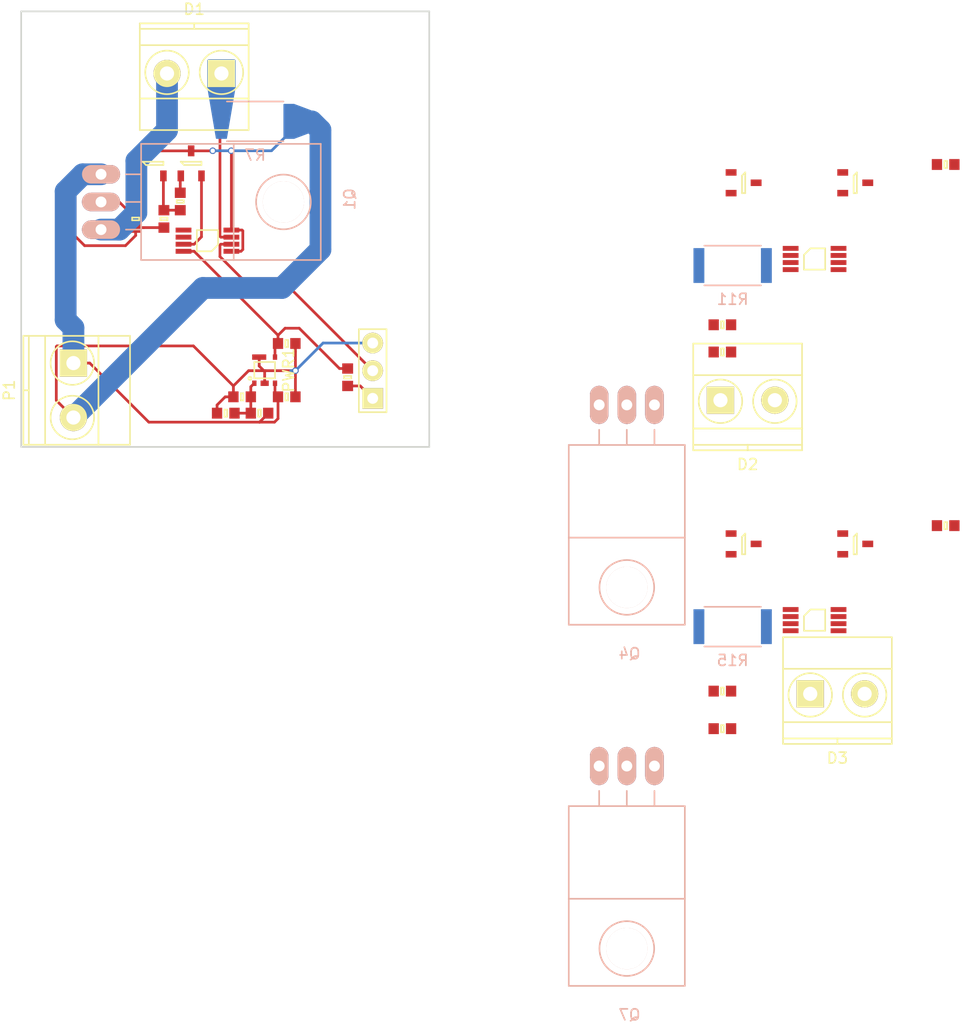
<source format=kicad_pcb>
(kicad_pcb (version 4) (host pcbnew 4.1.0-alpha+201606271447+6949~45~ubuntu16.04.1-product)

  (general
    (links 73)
    (no_connects 45)
    (area 17.424999 14.924999 55.075001 55.075001)
    (thickness 1.6)
    (drawings 5)
    (tracks 118)
    (zones 0)
    (modules 36)
    (nets 31)
  )

  (page A4)
  (layers
    (0 F.Cu signal)
    (31 B.Cu signal)
    (32 B.Adhes user)
    (33 F.Adhes user)
    (34 B.Paste user)
    (35 F.Paste user)
    (36 B.SilkS user)
    (37 F.SilkS user)
    (38 B.Mask user)
    (39 F.Mask user)
    (40 Dwgs.User user)
    (41 Cmts.User user)
    (42 Eco1.User user)
    (43 Eco2.User user)
    (44 Edge.Cuts user)
    (45 Margin user)
    (46 B.CrtYd user)
    (47 F.CrtYd user)
    (48 B.Fab user)
    (49 F.Fab user)
  )

  (setup
    (last_trace_width 0.25)
    (user_trace_width 0.25)
    (trace_clearance 0.2)
    (zone_clearance 0.508)
    (zone_45_only no)
    (trace_min 0.2)
    (segment_width 0.2)
    (edge_width 0.15)
    (via_size 0.6)
    (via_drill 0.4)
    (via_min_size 0.4)
    (via_min_drill 0.3)
    (uvia_size 0.3)
    (uvia_drill 0.1)
    (uvias_allowed no)
    (uvia_min_size 0.2)
    (uvia_min_drill 0.1)
    (pcb_text_width 0.3)
    (pcb_text_size 1.5 1.5)
    (mod_edge_width 0.15)
    (mod_text_size 1 1)
    (mod_text_width 0.15)
    (pad_size 1.9 1.9)
    (pad_drill 1)
    (pad_to_mask_clearance 0)
    (aux_axis_origin 0 0)
    (visible_elements FFFFFF1F)
    (pcbplotparams
      (layerselection 0x00030_ffffffff)
      (usegerberextensions false)
      (excludeedgelayer true)
      (linewidth 0.100000)
      (plotframeref false)
      (viasonmask false)
      (mode 1)
      (useauxorigin false)
      (hpglpennumber 1)
      (hpglpenspeed 20)
      (hpglpendiameter 15)
      (psnegative false)
      (psa4output false)
      (plotreference true)
      (plotvalue true)
      (plotinvisibletext false)
      (padsonsilk false)
      (subtractmaskfromsilk false)
      (outputformat 1)
      (mirror false)
      (drillshape 1)
      (scaleselection 1)
      (outputdirectory ""))
  )

  (net 0 "")
  (net 1 GND)
  (net 2 "Net-(Q1-Pad2)")
  (net 3 "Net-(Q2-Pad2)")
  (net 4 "Net-(Q3-Pad1)")
  (net 5 "Net-(Q3-Pad2)")
  (net 6 /DriveA/VREF)
  (net 7 /DriveA/SENSE)
  (net 8 "Net-(D1-Pad2)")
  (net 9 +36V)
  (net 10 +12V)
  (net 11 "Net-(C1-Pad1)")
  (net 12 "Net-(R3-Pad2)")
  (net 13 "Net-(U1-Pad5)")
  (net 14 "Net-(U1-Pad6)")
  (net 15 "Net-(Q9-Pad1)")
  (net 16 "Net-(Q9-Pad2)")
  (net 17 "Net-(Q7-Pad2)")
  (net 18 "Net-(Q8-Pad2)")
  (net 19 "Net-(Q6-Pad1)")
  (net 20 "Net-(Q6-Pad2)")
  (net 21 "Net-(Q4-Pad2)")
  (net 22 "Net-(Q5-Pad2)")
  (net 23 /DriveC/SENSE)
  (net 24 "Net-(D3-Pad2)")
  (net 25 /DriveB/SENSE)
  (net 26 "Net-(D2-Pad2)")
  (net 27 "Net-(U3-Pad5)")
  (net 28 "Net-(U3-Pad6)")
  (net 29 "Net-(U2-Pad5)")
  (net 30 "Net-(U2-Pad6)")

  (net_class Default "This is the default net class."
    (clearance 0.2)
    (trace_width 0.25)
    (via_dia 0.6)
    (via_drill 0.4)
    (uvia_dia 0.3)
    (uvia_drill 0.1)
    (add_net +12V)
    (add_net +36V)
    (add_net /DriveA/SENSE)
    (add_net /DriveA/VREF)
    (add_net /DriveB/SENSE)
    (add_net /DriveC/SENSE)
    (add_net GND)
    (add_net "Net-(C1-Pad1)")
    (add_net "Net-(Q1-Pad2)")
    (add_net "Net-(Q2-Pad2)")
    (add_net "Net-(Q3-Pad1)")
    (add_net "Net-(Q3-Pad2)")
    (add_net "Net-(Q4-Pad2)")
    (add_net "Net-(Q5-Pad2)")
    (add_net "Net-(Q6-Pad1)")
    (add_net "Net-(Q6-Pad2)")
    (add_net "Net-(Q7-Pad2)")
    (add_net "Net-(Q8-Pad2)")
    (add_net "Net-(Q9-Pad1)")
    (add_net "Net-(Q9-Pad2)")
    (add_net "Net-(R3-Pad2)")
    (add_net "Net-(U1-Pad5)")
    (add_net "Net-(U1-Pad6)")
    (add_net "Net-(U2-Pad5)")
    (add_net "Net-(U2-Pad6)")
    (add_net "Net-(U3-Pad5)")
    (add_net "Net-(U3-Pad6)")
  )

  (net_class 3A ""
    (clearance 0.5)
    (trace_width 2)
    (via_dia 0.6)
    (via_drill 0.4)
    (uvia_dia 0.3)
    (uvia_drill 0.1)
    (add_net "Net-(D1-Pad2)")
    (add_net "Net-(D2-Pad2)")
    (add_net "Net-(D3-Pad2)")
  )

  (module agg:0603 (layer F.Cu) (tedit 57654490) (tstamp 57724B85)
    (at 47.5 48.6 270)
    (path /570FA77B)
    (fp_text reference R3 (at -2.225 0) (layer F.Fab)
      (effects (font (size 1 1) (thickness 0.15)))
    )
    (fp_text value 11k9 (at 2.225 0) (layer F.Fab)
      (effects (font (size 1 1) (thickness 0.15)))
    )
    (fp_line (start -0.8 -0.4) (end 0.8 -0.4) (layer F.Fab) (width 0.01))
    (fp_line (start 0.8 -0.4) (end 0.8 0.4) (layer F.Fab) (width 0.01))
    (fp_line (start 0.8 0.4) (end -0.8 0.4) (layer F.Fab) (width 0.01))
    (fp_line (start -0.8 0.4) (end -0.8 -0.4) (layer F.Fab) (width 0.01))
    (fp_line (start -0.45 -0.4) (end -0.45 0.4) (layer F.Fab) (width 0.01))
    (fp_line (start 0.45 -0.4) (end 0.45 0.4) (layer F.Fab) (width 0.01))
    (fp_line (start -0.125 -0.325) (end 0.125 -0.325) (layer F.SilkS) (width 0.15))
    (fp_line (start 0.125 -0.325) (end 0.125 0.325) (layer F.SilkS) (width 0.15))
    (fp_line (start 0.125 0.325) (end -0.125 0.325) (layer F.SilkS) (width 0.15))
    (fp_line (start -0.125 0.325) (end -0.125 -0.325) (layer F.SilkS) (width 0.15))
    (fp_line (start -1.55 -0.75) (end 1.55 -0.75) (layer F.CrtYd) (width 0.01))
    (fp_line (start 1.55 -0.75) (end 1.55 0.75) (layer F.CrtYd) (width 0.01))
    (fp_line (start 1.55 0.75) (end -1.55 0.75) (layer F.CrtYd) (width 0.01))
    (fp_line (start -1.55 0.75) (end -1.55 -0.75) (layer F.CrtYd) (width 0.01))
    (pad 1 smd rect (at -0.8 0 270) (size 0.95 1) (layers F.Cu F.Paste F.Mask)
      (net 10 +12V))
    (pad 2 smd rect (at 0.8 0 270) (size 0.95 1) (layers F.Cu F.Paste F.Mask)
      (net 12 "Net-(R3-Pad2)"))
    (model ${KISYS3DMOD}/Resistors_SMD.3dshapes/R_0603.wrl
      (at (xyz 0 0 0))
      (scale (xyz 1 1 1))
      (rotate (xyz 0 0 0))
    )
  )

  (module agg:SIL-254P-03 (layer F.Cu) (tedit 57656D66) (tstamp 57724AD8)
    (at 49.8 48 90)
    (path /570F9C63)
    (fp_text reference RV1 (at 0 -2.22 90) (layer F.Fab)
      (effects (font (size 1 1) (thickness 0.15)))
    )
    (fp_text value 100R (at 0 2.22 90) (layer F.Fab)
      (effects (font (size 1 1) (thickness 0.15)))
    )
    (fp_line (start -3.81 -1.27) (end 3.81 -1.27) (layer F.Fab) (width 0.01))
    (fp_line (start 3.81 -1.27) (end 3.81 1.27) (layer F.Fab) (width 0.01))
    (fp_line (start 3.81 1.27) (end -3.81 1.27) (layer F.Fab) (width 0.01))
    (fp_line (start -3.81 1.27) (end -3.81 -1.27) (layer F.Fab) (width 0.01))
    (fp_line (start -3.81 -1.27) (end 3.81 -1.27) (layer F.SilkS) (width 0.15))
    (fp_line (start 3.81 -1.27) (end 3.81 1.27) (layer F.SilkS) (width 0.15))
    (fp_line (start 3.81 1.27) (end -3.81 1.27) (layer F.SilkS) (width 0.15))
    (fp_line (start -3.81 1.27) (end -3.81 -1.27) (layer F.SilkS) (width 0.15))
    (fp_line (start -4.1 -1.55) (end 4.1 -1.55) (layer F.CrtYd) (width 0.01))
    (fp_line (start 4.1 -1.55) (end 4.1 1.55) (layer F.CrtYd) (width 0.01))
    (fp_line (start 4.1 1.55) (end -4.1 1.55) (layer F.CrtYd) (width 0.01))
    (fp_line (start -4.1 1.55) (end -4.1 -1.55) (layer F.CrtYd) (width 0.01))
    (pad 1 thru_hole rect (at -2.54 0 90) (size 1.9 1.9) (drill 1) (layers *.Cu *.Mask F.SilkS)
      (net 12 "Net-(R3-Pad2)"))
    (pad 2 thru_hole circle (at 0 0 90) (size 1.9 1.9) (drill 1) (layers *.Cu *.Mask F.SilkS)
      (net 6 /DriveA/VREF))
    (pad 3 thru_hole circle (at 2.54 0 90) (size 1.9 1.9) (drill 1) (layers *.Cu *.Mask F.SilkS)
      (net 1 GND))
    (model ${KISYS3DMOD}/Pin_Headers.3dshapes/Pin_Header_Straight_1x03.wrl
      (at (xyz 0 0 0))
      (scale (xyz 1 1 1))
      (rotate (xyz 0 0 0))
    )
  )

  (module agg:SOT-23 (layer F.Cu) (tedit 5765688A) (tstamp 57724AB2)
    (at 29.616404 28.958034 90)
    (path /577246EF/57724742)
    (fp_text reference Q2 (at 0 -2.45 90) (layer F.Fab)
      (effects (font (size 1 1) (thickness 0.15)))
    )
    (fp_text value Q_NMOS_DGS (at 0 2.45 90) (layer F.Fab)
      (effects (font (size 1 1) (thickness 0.15)))
    )
    (fp_line (start -0.7 -1.5) (end 0.7 -1.5) (layer F.Fab) (width 0.01))
    (fp_line (start 0.7 -1.5) (end 0.7 1.5) (layer F.Fab) (width 0.01))
    (fp_line (start 0.7 1.5) (end -0.7 1.5) (layer F.Fab) (width 0.01))
    (fp_line (start -0.7 1.5) (end -0.7 -1.5) (layer F.Fab) (width 0.01))
    (fp_circle (center 0.1 -0.7) (end 0.1 -0.3) (layer F.Fab) (width 0.01))
    (fp_line (start -1.25 -1.19) (end -0.7 -1.19) (layer F.Fab) (width 0.01))
    (fp_line (start -0.7 -0.71) (end -1.25 -0.71) (layer F.Fab) (width 0.01))
    (fp_line (start -1.25 -0.71) (end -1.25 -1.19) (layer F.Fab) (width 0.01))
    (fp_line (start -1.25 0.71) (end -0.7 0.71) (layer F.Fab) (width 0.01))
    (fp_line (start -0.7 1.19) (end -1.25 1.19) (layer F.Fab) (width 0.01))
    (fp_line (start -1.25 1.19) (end -1.25 0.71) (layer F.Fab) (width 0.01))
    (fp_line (start 0.7 -0.24) (end 1.25 -0.24) (layer F.Fab) (width 0.01))
    (fp_line (start 1.25 -0.24) (end 1.25 0.24) (layer F.Fab) (width 0.01))
    (fp_line (start 1.25 0.24) (end 0.7 0.24) (layer F.Fab) (width 0.01))
    (fp_line (start 0.15 -0.95) (end 0.15 -0.95) (layer F.SilkS) (width 0.15))
    (fp_line (start 0.15 -0.95) (end 0.15 0.95) (layer F.SilkS) (width 0.15))
    (fp_line (start 0.15 0.95) (end -0.15 0.95) (layer F.SilkS) (width 0.15))
    (fp_line (start -0.15 0.95) (end -0.15 -0.65) (layer F.SilkS) (width 0.15))
    (fp_line (start -0.15 -0.65) (end 0.15 -0.95) (layer F.SilkS) (width 0.15))
    (fp_line (start -1.9 -1.75) (end 1.9 -1.75) (layer F.CrtYd) (width 0.01))
    (fp_line (start 1.9 -1.75) (end 1.9 1.75) (layer F.CrtYd) (width 0.01))
    (fp_line (start 1.9 1.75) (end -1.9 1.75) (layer F.CrtYd) (width 0.01))
    (fp_line (start -1.9 1.75) (end -1.9 -1.75) (layer F.CrtYd) (width 0.01))
    (pad 1 smd rect (at -1.15 -0.95 90) (size 1 0.6) (layers F.Cu F.Paste F.Mask)
      (net 2 "Net-(Q1-Pad2)"))
    (pad 2 smd rect (at -1.15 0.95 90) (size 1 0.6) (layers F.Cu F.Paste F.Mask)
      (net 3 "Net-(Q2-Pad2)"))
    (pad 3 smd rect (at 1.15 0 90) (size 1 0.6) (layers F.Cu F.Paste F.Mask)
      (net 1 GND))
    (model ${KISYS3DMOD}/TO_SOT_Packages_SMD.3dshapes/SOT-23.wrl
      (at (xyz 0 0 0))
      (scale (xyz 1 1 1))
      (rotate (xyz 0 0 90))
    )
  )

  (module agg:SOT-23 (layer F.Cu) (tedit 5765688A) (tstamp 57724AC5)
    (at 33.116404 28.958034 90)
    (path /577246EF/57724783)
    (fp_text reference Q3 (at 0 -2.45 90) (layer F.Fab)
      (effects (font (size 1 1) (thickness 0.15)))
    )
    (fp_text value Q_NMOS_DGS (at 0 2.45 90) (layer F.Fab)
      (effects (font (size 1 1) (thickness 0.15)))
    )
    (fp_line (start -0.7 -1.5) (end 0.7 -1.5) (layer F.Fab) (width 0.01))
    (fp_line (start 0.7 -1.5) (end 0.7 1.5) (layer F.Fab) (width 0.01))
    (fp_line (start 0.7 1.5) (end -0.7 1.5) (layer F.Fab) (width 0.01))
    (fp_line (start -0.7 1.5) (end -0.7 -1.5) (layer F.Fab) (width 0.01))
    (fp_circle (center 0.1 -0.7) (end 0.1 -0.3) (layer F.Fab) (width 0.01))
    (fp_line (start -1.25 -1.19) (end -0.7 -1.19) (layer F.Fab) (width 0.01))
    (fp_line (start -0.7 -0.71) (end -1.25 -0.71) (layer F.Fab) (width 0.01))
    (fp_line (start -1.25 -0.71) (end -1.25 -1.19) (layer F.Fab) (width 0.01))
    (fp_line (start -1.25 0.71) (end -0.7 0.71) (layer F.Fab) (width 0.01))
    (fp_line (start -0.7 1.19) (end -1.25 1.19) (layer F.Fab) (width 0.01))
    (fp_line (start -1.25 1.19) (end -1.25 0.71) (layer F.Fab) (width 0.01))
    (fp_line (start 0.7 -0.24) (end 1.25 -0.24) (layer F.Fab) (width 0.01))
    (fp_line (start 1.25 -0.24) (end 1.25 0.24) (layer F.Fab) (width 0.01))
    (fp_line (start 1.25 0.24) (end 0.7 0.24) (layer F.Fab) (width 0.01))
    (fp_line (start 0.15 -0.95) (end 0.15 -0.95) (layer F.SilkS) (width 0.15))
    (fp_line (start 0.15 -0.95) (end 0.15 0.95) (layer F.SilkS) (width 0.15))
    (fp_line (start 0.15 0.95) (end -0.15 0.95) (layer F.SilkS) (width 0.15))
    (fp_line (start -0.15 0.95) (end -0.15 -0.65) (layer F.SilkS) (width 0.15))
    (fp_line (start -0.15 -0.65) (end 0.15 -0.95) (layer F.SilkS) (width 0.15))
    (fp_line (start -1.9 -1.75) (end 1.9 -1.75) (layer F.CrtYd) (width 0.01))
    (fp_line (start 1.9 -1.75) (end 1.9 1.75) (layer F.CrtYd) (width 0.01))
    (fp_line (start 1.9 1.75) (end -1.9 1.75) (layer F.CrtYd) (width 0.01))
    (fp_line (start -1.9 1.75) (end -1.9 -1.75) (layer F.CrtYd) (width 0.01))
    (pad 1 smd rect (at -1.15 -0.95 90) (size 1 0.6) (layers F.Cu F.Paste F.Mask)
      (net 4 "Net-(Q3-Pad1)"))
    (pad 2 smd rect (at -1.15 0.95 90) (size 1 0.6) (layers F.Cu F.Paste F.Mask)
      (net 5 "Net-(Q3-Pad2)"))
    (pad 3 smd rect (at 1.15 0 90) (size 1 0.6) (layers F.Cu F.Paste F.Mask)
      (net 1 GND))
    (model ${KISYS3DMOD}/TO_SOT_Packages_SMD.3dshapes/SOT-23.wrl
      (at (xyz 0 0 0))
      (scale (xyz 1 1 1))
      (rotate (xyz 0 0 90))
    )
  )

  (module agg:0603 (layer F.Cu) (tedit 57654490) (tstamp 57724BE5)
    (at 32.116404 32.458034 90)
    (path /577246EF/5772474E)
    (fp_text reference R6 (at -2.225 0 180) (layer F.Fab)
      (effects (font (size 1 1) (thickness 0.15)))
    )
    (fp_text value 2k2 (at 2.225 0 180) (layer F.Fab)
      (effects (font (size 1 1) (thickness 0.15)))
    )
    (fp_line (start -0.8 -0.4) (end 0.8 -0.4) (layer F.Fab) (width 0.01))
    (fp_line (start 0.8 -0.4) (end 0.8 0.4) (layer F.Fab) (width 0.01))
    (fp_line (start 0.8 0.4) (end -0.8 0.4) (layer F.Fab) (width 0.01))
    (fp_line (start -0.8 0.4) (end -0.8 -0.4) (layer F.Fab) (width 0.01))
    (fp_line (start -0.45 -0.4) (end -0.45 0.4) (layer F.Fab) (width 0.01))
    (fp_line (start 0.45 -0.4) (end 0.45 0.4) (layer F.Fab) (width 0.01))
    (fp_line (start -0.125 -0.325) (end 0.125 -0.325) (layer F.SilkS) (width 0.15))
    (fp_line (start 0.125 -0.325) (end 0.125 0.325) (layer F.SilkS) (width 0.15))
    (fp_line (start 0.125 0.325) (end -0.125 0.325) (layer F.SilkS) (width 0.15))
    (fp_line (start -0.125 0.325) (end -0.125 -0.325) (layer F.SilkS) (width 0.15))
    (fp_line (start -1.55 -0.75) (end 1.55 -0.75) (layer F.CrtYd) (width 0.01))
    (fp_line (start 1.55 -0.75) (end 1.55 0.75) (layer F.CrtYd) (width 0.01))
    (fp_line (start 1.55 0.75) (end -1.55 0.75) (layer F.CrtYd) (width 0.01))
    (fp_line (start -1.55 0.75) (end -1.55 -0.75) (layer F.CrtYd) (width 0.01))
    (pad 1 smd rect (at -0.8 0 90) (size 0.95 1) (layers F.Cu F.Paste F.Mask)
      (net 3 "Net-(Q2-Pad2)"))
    (pad 2 smd rect (at 0.8 0 90) (size 0.95 1) (layers F.Cu F.Paste F.Mask)
      (net 4 "Net-(Q3-Pad1)"))
    (model ${KISYS3DMOD}/Resistors_SMD.3dshapes/R_0603.wrl
      (at (xyz 0 0 0))
      (scale (xyz 1 1 1))
      (rotate (xyz 0 0 0))
    )
  )

  (module agg:0603 (layer F.Cu) (tedit 57654490) (tstamp 57724BF5)
    (at 28.016404 34.058034 90)
    (path /577246EF/57724777)
    (fp_text reference R4 (at -2.225 0 180) (layer F.Fab)
      (effects (font (size 1 1) (thickness 0.15)))
    )
    (fp_text value 1k (at 2.225 0 180) (layer F.Fab)
      (effects (font (size 1 1) (thickness 0.15)))
    )
    (fp_line (start -0.8 -0.4) (end 0.8 -0.4) (layer F.Fab) (width 0.01))
    (fp_line (start 0.8 -0.4) (end 0.8 0.4) (layer F.Fab) (width 0.01))
    (fp_line (start 0.8 0.4) (end -0.8 0.4) (layer F.Fab) (width 0.01))
    (fp_line (start -0.8 0.4) (end -0.8 -0.4) (layer F.Fab) (width 0.01))
    (fp_line (start -0.45 -0.4) (end -0.45 0.4) (layer F.Fab) (width 0.01))
    (fp_line (start 0.45 -0.4) (end 0.45 0.4) (layer F.Fab) (width 0.01))
    (fp_line (start -0.125 -0.325) (end 0.125 -0.325) (layer F.SilkS) (width 0.15))
    (fp_line (start 0.125 -0.325) (end 0.125 0.325) (layer F.SilkS) (width 0.15))
    (fp_line (start 0.125 0.325) (end -0.125 0.325) (layer F.SilkS) (width 0.15))
    (fp_line (start -0.125 0.325) (end -0.125 -0.325) (layer F.SilkS) (width 0.15))
    (fp_line (start -1.55 -0.75) (end 1.55 -0.75) (layer F.CrtYd) (width 0.01))
    (fp_line (start 1.55 -0.75) (end 1.55 0.75) (layer F.CrtYd) (width 0.01))
    (fp_line (start 1.55 0.75) (end -1.55 0.75) (layer F.CrtYd) (width 0.01))
    (fp_line (start -1.55 0.75) (end -1.55 -0.75) (layer F.CrtYd) (width 0.01))
    (pad 1 smd rect (at -0.8 0 90) (size 0.95 1) (layers F.Cu F.Paste F.Mask)
      (net 9 +36V))
    (pad 2 smd rect (at 0.8 0 90) (size 0.95 1) (layers F.Cu F.Paste F.Mask)
      (net 2 "Net-(Q1-Pad2)"))
    (model ${KISYS3DMOD}/Resistors_SMD.3dshapes/R_0603.wrl
      (at (xyz 0 0 0))
      (scale (xyz 1 1 1))
      (rotate (xyz 0 0 0))
    )
  )

  (module agg:MSOP-8 (layer F.Cu) (tedit 57656747) (tstamp 5772AB65)
    (at 34.616404 36.058034 180)
    (path /577246EF/577247C1)
    (fp_text reference U1 (at 0 -2.5 180) (layer F.Fab)
      (effects (font (size 1 1) (thickness 0.15)))
    )
    (fp_text value LM311N (at 0 2.5 180) (layer F.Fab)
      (effects (font (size 1 1) (thickness 0.15)))
    )
    (fp_line (start -1.55 -1.55) (end 1.55 -1.55) (layer F.Fab) (width 0.01))
    (fp_line (start 1.55 -1.55) (end 1.55 1.55) (layer F.Fab) (width 0.01))
    (fp_line (start 1.55 1.55) (end -1.55 1.55) (layer F.Fab) (width 0.01))
    (fp_line (start -1.55 1.55) (end -1.55 -1.55) (layer F.Fab) (width 0.01))
    (fp_circle (center -0.75 -0.75) (end -0.75 -0.35) (layer F.Fab) (width 0.01))
    (fp_line (start -2.55 -1.165) (end -1.55 -1.165) (layer F.Fab) (width 0.01))
    (fp_line (start -1.55 -0.785) (end -2.55 -0.785) (layer F.Fab) (width 0.01))
    (fp_line (start -2.55 -0.785) (end -2.55 -1.165) (layer F.Fab) (width 0.01))
    (fp_line (start -2.55 -0.515) (end -1.55 -0.515) (layer F.Fab) (width 0.01))
    (fp_line (start -1.55 -0.135) (end -2.55 -0.135) (layer F.Fab) (width 0.01))
    (fp_line (start -2.55 -0.135) (end -2.55 -0.515) (layer F.Fab) (width 0.01))
    (fp_line (start -2.55 0.135) (end -1.55 0.135) (layer F.Fab) (width 0.01))
    (fp_line (start -1.55 0.515) (end -2.55 0.515) (layer F.Fab) (width 0.01))
    (fp_line (start -2.55 0.515) (end -2.55 0.135) (layer F.Fab) (width 0.01))
    (fp_line (start -2.55 0.785) (end -1.55 0.785) (layer F.Fab) (width 0.01))
    (fp_line (start -1.55 1.165) (end -2.55 1.165) (layer F.Fab) (width 0.01))
    (fp_line (start -2.55 1.165) (end -2.55 0.785) (layer F.Fab) (width 0.01))
    (fp_line (start 1.55 0.785) (end 2.55 0.785) (layer F.Fab) (width 0.01))
    (fp_line (start 2.55 0.785) (end 2.55 1.165) (layer F.Fab) (width 0.01))
    (fp_line (start 2.55 1.165) (end 1.55 1.165) (layer F.Fab) (width 0.01))
    (fp_line (start 1.55 0.135) (end 2.55 0.135) (layer F.Fab) (width 0.01))
    (fp_line (start 2.55 0.135) (end 2.55 0.515) (layer F.Fab) (width 0.01))
    (fp_line (start 2.55 0.515) (end 1.55 0.515) (layer F.Fab) (width 0.01))
    (fp_line (start 1.55 -0.515) (end 2.55 -0.515) (layer F.Fab) (width 0.01))
    (fp_line (start 2.55 -0.515) (end 2.55 -0.135) (layer F.Fab) (width 0.01))
    (fp_line (start 2.55 -0.135) (end 1.55 -0.135) (layer F.Fab) (width 0.01))
    (fp_line (start 1.55 -1.165) (end 2.55 -1.165) (layer F.Fab) (width 0.01))
    (fp_line (start 2.55 -1.165) (end 2.55 -0.785) (layer F.Fab) (width 0.01))
    (fp_line (start 2.55 -0.785) (end 1.55 -0.785) (layer F.Fab) (width 0.01))
    (fp_line (start -0.375 -0.975) (end 0.975 -0.975) (layer F.SilkS) (width 0.15))
    (fp_line (start 0.975 -0.975) (end 0.975 0.975) (layer F.SilkS) (width 0.15))
    (fp_line (start 0.975 0.975) (end -0.975 0.975) (layer F.SilkS) (width 0.15))
    (fp_line (start -0.975 0.975) (end -0.975 -0.375) (layer F.SilkS) (width 0.15))
    (fp_line (start -0.975 -0.375) (end -0.375 -0.975) (layer F.SilkS) (width 0.15))
    (fp_line (start -3.2 -1.8) (end 3.2 -1.8) (layer F.CrtYd) (width 0.01))
    (fp_line (start 3.2 -1.8) (end 3.2 1.8) (layer F.CrtYd) (width 0.01))
    (fp_line (start 3.2 1.8) (end -3.2 1.8) (layer F.CrtYd) (width 0.01))
    (fp_line (start -3.2 1.8) (end -3.2 -1.8) (layer F.CrtYd) (width 0.01))
    (pad 1 smd rect (at -2.2 -0.975 180) (size 1.45 0.45) (layers F.Cu F.Paste F.Mask)
      (net 1 GND))
    (pad 2 smd rect (at -2.2 -0.325 180) (size 1.45 0.45) (layers F.Cu F.Paste F.Mask)
      (net 6 /DriveA/VREF))
    (pad 3 smd rect (at -2.2 0.325 180) (size 1.45 0.45) (layers F.Cu F.Paste F.Mask)
      (net 7 /DriveA/SENSE))
    (pad 4 smd rect (at -2.2 0.975 180) (size 1.45 0.45) (layers F.Cu F.Paste F.Mask)
      (net 1 GND))
    (pad 5 smd rect (at 2.2 0.975 180) (size 1.45 0.45) (layers F.Cu F.Paste F.Mask)
      (net 13 "Net-(U1-Pad5)"))
    (pad 6 smd rect (at 2.2 0.325 180) (size 1.45 0.45) (layers F.Cu F.Paste F.Mask)
      (net 14 "Net-(U1-Pad6)"))
    (pad 7 smd rect (at 2.2 -0.325 180) (size 1.45 0.45) (layers F.Cu F.Paste F.Mask)
      (net 5 "Net-(Q3-Pad2)"))
    (pad 8 smd rect (at 2.2 -0.975 180) (size 1.45 0.45) (layers F.Cu F.Paste F.Mask)
      (net 10 +12V))
    (model ${KISYS3DMOD}/Housings_SSOP.3dshapes/MSOP-8_3x3mm_Pitch0.65mm.wrl
      (at (xyz 0 0 0))
      (scale (xyz 1 1 1))
      (rotate (xyz 0 0 0))
    )
  )

  (module agg:0603 (layer F.Cu) (tedit 57654490) (tstamp 5772AD69)
    (at 30.616404 34.058034 90)
    (path /577246EF/57724748)
    (fp_text reference R5 (at -2.225 0 180) (layer F.Fab)
      (effects (font (size 1 1) (thickness 0.15)))
    )
    (fp_text value 1k (at 2.225 0 180) (layer F.Fab)
      (effects (font (size 1 1) (thickness 0.15)))
    )
    (fp_line (start -0.8 -0.4) (end 0.8 -0.4) (layer F.Fab) (width 0.01))
    (fp_line (start 0.8 -0.4) (end 0.8 0.4) (layer F.Fab) (width 0.01))
    (fp_line (start 0.8 0.4) (end -0.8 0.4) (layer F.Fab) (width 0.01))
    (fp_line (start -0.8 0.4) (end -0.8 -0.4) (layer F.Fab) (width 0.01))
    (fp_line (start -0.45 -0.4) (end -0.45 0.4) (layer F.Fab) (width 0.01))
    (fp_line (start 0.45 -0.4) (end 0.45 0.4) (layer F.Fab) (width 0.01))
    (fp_line (start -0.125 -0.325) (end 0.125 -0.325) (layer F.SilkS) (width 0.15))
    (fp_line (start 0.125 -0.325) (end 0.125 0.325) (layer F.SilkS) (width 0.15))
    (fp_line (start 0.125 0.325) (end -0.125 0.325) (layer F.SilkS) (width 0.15))
    (fp_line (start -0.125 0.325) (end -0.125 -0.325) (layer F.SilkS) (width 0.15))
    (fp_line (start -1.55 -0.75) (end 1.55 -0.75) (layer F.CrtYd) (width 0.01))
    (fp_line (start 1.55 -0.75) (end 1.55 0.75) (layer F.CrtYd) (width 0.01))
    (fp_line (start 1.55 0.75) (end -1.55 0.75) (layer F.CrtYd) (width 0.01))
    (fp_line (start -1.55 0.75) (end -1.55 -0.75) (layer F.CrtYd) (width 0.01))
    (pad 1 smd rect (at -0.8 0 90) (size 0.95 1) (layers F.Cu F.Paste F.Mask)
      (net 9 +36V))
    (pad 2 smd rect (at 0.8 0 90) (size 0.95 1) (layers F.Cu F.Paste F.Mask)
      (net 3 "Net-(Q2-Pad2)"))
    (model ${KISYS3DMOD}/Resistors_SMD.3dshapes/R_0603.wrl
      (at (xyz 0 0 0))
      (scale (xyz 1 1 1))
      (rotate (xyz 0 0 0))
    )
  )

  (module agg:0603 (layer F.Cu) (tedit 57654490) (tstamp 5772ADC9)
    (at 37.8 50.4 180)
    (path /577268A4)
    (fp_text reference C1 (at -2.225 0 270) (layer F.Fab)
      (effects (font (size 1 1) (thickness 0.15)))
    )
    (fp_text value 100n (at 2.225 0 270) (layer F.Fab)
      (effects (font (size 1 1) (thickness 0.15)))
    )
    (fp_line (start -0.8 -0.4) (end 0.8 -0.4) (layer F.Fab) (width 0.01))
    (fp_line (start 0.8 -0.4) (end 0.8 0.4) (layer F.Fab) (width 0.01))
    (fp_line (start 0.8 0.4) (end -0.8 0.4) (layer F.Fab) (width 0.01))
    (fp_line (start -0.8 0.4) (end -0.8 -0.4) (layer F.Fab) (width 0.01))
    (fp_line (start -0.45 -0.4) (end -0.45 0.4) (layer F.Fab) (width 0.01))
    (fp_line (start 0.45 -0.4) (end 0.45 0.4) (layer F.Fab) (width 0.01))
    (fp_line (start -0.125 -0.325) (end 0.125 -0.325) (layer F.SilkS) (width 0.15))
    (fp_line (start 0.125 -0.325) (end 0.125 0.325) (layer F.SilkS) (width 0.15))
    (fp_line (start 0.125 0.325) (end -0.125 0.325) (layer F.SilkS) (width 0.15))
    (fp_line (start -0.125 0.325) (end -0.125 -0.325) (layer F.SilkS) (width 0.15))
    (fp_line (start -1.55 -0.75) (end 1.55 -0.75) (layer F.CrtYd) (width 0.01))
    (fp_line (start 1.55 -0.75) (end 1.55 0.75) (layer F.CrtYd) (width 0.01))
    (fp_line (start 1.55 0.75) (end -1.55 0.75) (layer F.CrtYd) (width 0.01))
    (fp_line (start -1.55 0.75) (end -1.55 -0.75) (layer F.CrtYd) (width 0.01))
    (pad 1 smd rect (at -0.8 0 180) (size 0.95 1) (layers F.Cu F.Paste F.Mask)
      (net 11 "Net-(C1-Pad1)"))
    (pad 2 smd rect (at 0.8 0 180) (size 0.95 1) (layers F.Cu F.Paste F.Mask)
      (net 1 GND))
    (model ${KISYS3DMOD}/Resistors_SMD.3dshapes/R_0603.wrl
      (at (xyz 0 0 0))
      (scale (xyz 1 1 1))
      (rotate (xyz 0 0 0))
    )
  )

  (module agg:0603 (layer F.Cu) (tedit 57654490) (tstamp 5772AE03)
    (at 41.9 45.5)
    (path /57726621)
    (fp_text reference C3 (at -2.225 0 90) (layer F.Fab)
      (effects (font (size 1 1) (thickness 0.15)))
    )
    (fp_text value 1u (at 2.225 0 90) (layer F.Fab)
      (effects (font (size 1 1) (thickness 0.15)))
    )
    (fp_line (start -0.8 -0.4) (end 0.8 -0.4) (layer F.Fab) (width 0.01))
    (fp_line (start 0.8 -0.4) (end 0.8 0.4) (layer F.Fab) (width 0.01))
    (fp_line (start 0.8 0.4) (end -0.8 0.4) (layer F.Fab) (width 0.01))
    (fp_line (start -0.8 0.4) (end -0.8 -0.4) (layer F.Fab) (width 0.01))
    (fp_line (start -0.45 -0.4) (end -0.45 0.4) (layer F.Fab) (width 0.01))
    (fp_line (start 0.45 -0.4) (end 0.45 0.4) (layer F.Fab) (width 0.01))
    (fp_line (start -0.125 -0.325) (end 0.125 -0.325) (layer F.SilkS) (width 0.15))
    (fp_line (start 0.125 -0.325) (end 0.125 0.325) (layer F.SilkS) (width 0.15))
    (fp_line (start 0.125 0.325) (end -0.125 0.325) (layer F.SilkS) (width 0.15))
    (fp_line (start -0.125 0.325) (end -0.125 -0.325) (layer F.SilkS) (width 0.15))
    (fp_line (start -1.55 -0.75) (end 1.55 -0.75) (layer F.CrtYd) (width 0.01))
    (fp_line (start 1.55 -0.75) (end 1.55 0.75) (layer F.CrtYd) (width 0.01))
    (fp_line (start 1.55 0.75) (end -1.55 0.75) (layer F.CrtYd) (width 0.01))
    (fp_line (start -1.55 0.75) (end -1.55 -0.75) (layer F.CrtYd) (width 0.01))
    (pad 1 smd rect (at -0.8 0) (size 0.95 1) (layers F.Cu F.Paste F.Mask)
      (net 10 +12V))
    (pad 2 smd rect (at 0.8 0) (size 0.95 1) (layers F.Cu F.Paste F.Mask)
      (net 1 GND))
    (model ${KISYS3DMOD}/Resistors_SMD.3dshapes/R_0603.wrl
      (at (xyz 0 0 0))
      (scale (xyz 1 1 1))
      (rotate (xyz 0 0 0))
    )
  )

  (module agg:0603 (layer F.Cu) (tedit 57654490) (tstamp 5772AE3D)
    (at 41.9 50.4)
    (path /5772678E)
    (fp_text reference C2 (at -2.225 0 90) (layer F.Fab)
      (effects (font (size 1 1) (thickness 0.15)))
    )
    (fp_text value 100n (at 2.225 0 90) (layer F.Fab)
      (effects (font (size 1 1) (thickness 0.15)))
    )
    (fp_line (start -0.8 -0.4) (end 0.8 -0.4) (layer F.Fab) (width 0.01))
    (fp_line (start 0.8 -0.4) (end 0.8 0.4) (layer F.Fab) (width 0.01))
    (fp_line (start 0.8 0.4) (end -0.8 0.4) (layer F.Fab) (width 0.01))
    (fp_line (start -0.8 0.4) (end -0.8 -0.4) (layer F.Fab) (width 0.01))
    (fp_line (start -0.45 -0.4) (end -0.45 0.4) (layer F.Fab) (width 0.01))
    (fp_line (start 0.45 -0.4) (end 0.45 0.4) (layer F.Fab) (width 0.01))
    (fp_line (start -0.125 -0.325) (end 0.125 -0.325) (layer F.SilkS) (width 0.15))
    (fp_line (start 0.125 -0.325) (end 0.125 0.325) (layer F.SilkS) (width 0.15))
    (fp_line (start 0.125 0.325) (end -0.125 0.325) (layer F.SilkS) (width 0.15))
    (fp_line (start -0.125 0.325) (end -0.125 -0.325) (layer F.SilkS) (width 0.15))
    (fp_line (start -1.55 -0.75) (end 1.55 -0.75) (layer F.CrtYd) (width 0.01))
    (fp_line (start 1.55 -0.75) (end 1.55 0.75) (layer F.CrtYd) (width 0.01))
    (fp_line (start 1.55 0.75) (end -1.55 0.75) (layer F.CrtYd) (width 0.01))
    (fp_line (start -1.55 0.75) (end -1.55 -0.75) (layer F.CrtYd) (width 0.01))
    (pad 1 smd rect (at -0.8 0) (size 0.95 1) (layers F.Cu F.Paste F.Mask)
      (net 9 +36V))
    (pad 2 smd rect (at 0.8 0) (size 0.95 1) (layers F.Cu F.Paste F.Mask)
      (net 1 GND))
    (model ${KISYS3DMOD}/Resistors_SMD.3dshapes/R_0603.wrl
      (at (xyz 0 0 0))
      (scale (xyz 1 1 1))
      (rotate (xyz 0 0 0))
    )
  )

  (module footprints:PG-SCT595-5 (layer F.Cu) (tedit 577251BF) (tstamp 5772AA0D)
    (at 38.92276 49.152136 90)
    (path /57725D83)
    (fp_text reference PWR1 (at 1.2 3.15 90) (layer F.SilkS)
      (effects (font (size 1 1) (thickness 0.15)))
    )
    (fp_text value IFX21401 (at 1.15 -1.2 270) (layer F.Fab)
      (effects (font (size 1 1) (thickness 0.15)))
    )
    (fp_line (start 2.36 0.37) (end 2.36 0.53) (layer F.Fab) (width 0.05))
    (fp_line (start 2.13 0.37) (end 2.13 0.53) (layer F.Fab) (width 0.05))
    (fp_arc (start 2.245 0.365) (end 2.13 0.365) (angle 180) (layer F.Fab) (width 0.05))
    (fp_line (start 2.45 2.05) (end 2 2.05) (layer F.Fab) (width 0.05))
    (fp_line (start 2.45 1.75) (end 2.45 2.05) (layer F.Fab) (width 0.05))
    (fp_line (start 2 1.75) (end 2.45 1.75) (layer F.Fab) (width 0.05))
    (fp_line (start -0.05 2.05) (end 0.4 2.05) (layer F.Fab) (width 0.05))
    (fp_line (start -0.05 1.75) (end -0.05 2.05) (layer F.Fab) (width 0.05))
    (fp_line (start 0.4 1.75) (end -0.05 1.75) (layer F.Fab) (width 0.05))
    (fp_line (start 2.45 1.05) (end 2 1.05) (layer F.Fab) (width 0.05))
    (fp_line (start 2.45 -0.15) (end 2.45 1.05) (layer F.Fab) (width 0.05))
    (fp_line (start 2 -0.15) (end 2.45 -0.15) (layer F.Fab) (width 0.05))
    (fp_line (start -0.05 1.25) (end 0.4 1.25) (layer F.Fab) (width 0.05))
    (fp_line (start -0.05 0.65) (end -0.05 1.25) (layer F.Fab) (width 0.05))
    (fp_line (start -0.05 0.65) (end 0.4 0.65) (layer F.Fab) (width 0.05))
    (fp_line (start -0.05 0.15) (end 0.4 0.15) (layer F.Fab) (width 0.05))
    (fp_line (start -0.05 -0.15) (end -0.05 0.15) (layer F.Fab) (width 0.05))
    (fp_line (start -0.05 -0.15) (end 0.4 -0.15) (layer F.Fab) (width 0.05))
    (fp_line (start 0.4 2.4) (end 0.4 -0.5) (layer F.Fab) (width 0.05))
    (fp_line (start 2 2.4) (end 0.4 2.4) (layer F.Fab) (width 0.05))
    (fp_line (start 2 -0.5) (end 2 2.4) (layer F.Fab) (width 0.05))
    (fp_line (start 0.4 -0.5) (end 2 -0.5) (layer F.Fab) (width 0.05))
    (fp_circle (center 0.45 -0.4) (end 0.55 -0.3) (layer F.SilkS) (width 0.15))
    (fp_line (start 0.45 1.9) (end 0.45 0) (layer F.SilkS) (width 0.15))
    (fp_line (start 1.95 1.9) (end 0.45 1.9) (layer F.SilkS) (width 0.15))
    (fp_line (start 1.95 0) (end 1.95 1.9) (layer F.SilkS) (width 0.15))
    (fp_line (start 0.45 0) (end 1.95 0) (layer F.SilkS) (width 0.15))
    (fp_arc (start 2.245 0.535) (end 2.36 0.535) (angle 180) (layer F.Fab) (width 0.05))
    (pad 1 smd rect (at 0 0 90) (size 0.5 0.4) (layers F.Cu F.Paste F.Mask)
      (net 11 "Net-(C1-Pad1)"))
    (pad 2 smd rect (at 0 0.95 90) (size 0.5 0.75) (layers F.Cu F.Paste F.Mask)
      (net 1 GND))
    (pad 3 smd rect (at 0 1.9 90) (size 0.5 0.4) (layers F.Cu F.Paste F.Mask)
      (net 9 +36V))
    (pad 4 smd rect (at 2.4 1.9 90) (size 0.5 0.4) (layers F.Cu F.Paste F.Mask)
      (net 10 +12V))
    (pad 5 smd rect (at 2.4 0.45 90) (size 0.5 1.3) (layers F.Cu F.Paste F.Mask)
      (net 1 GND))
  )

  (module TO_SOT_Packages_THT:TO-220_Neutral123_Horizontal_LargePads (layer B.Cu) (tedit 0) (tstamp 57731147)
    (at 24.836 32.5 90)
    (descr "TO-220, Neutral, Horizontal, Large Pads,")
    (tags "TO-220, Neutral, Horizontal, Large Pads,")
    (path /577246EF/57724771)
    (fp_text reference Q1 (at 0.24892 22.84984 90) (layer B.SilkS)
      (effects (font (size 1 1) (thickness 0.15)) (justify mirror))
    )
    (fp_text value Q_PMOS_DGS (at -0.20066 -4.24942 90) (layer B.Fab)
      (effects (font (size 1 1) (thickness 0.15)) (justify mirror))
    )
    (fp_line (start -2.54 3.683) (end -2.54 2.286) (layer B.SilkS) (width 0.15))
    (fp_line (start 0 3.683) (end 0 2.286) (layer B.SilkS) (width 0.15))
    (fp_line (start 2.54 3.683) (end 2.54 2.286) (layer B.SilkS) (width 0.15))
    (fp_circle (center 0 16.764) (end 1.778 14.986) (layer B.SilkS) (width 0.15))
    (fp_line (start 5.334 12.192) (end 5.334 20.193) (layer B.SilkS) (width 0.15))
    (fp_line (start 5.334 20.193) (end -5.334 20.193) (layer B.SilkS) (width 0.15))
    (fp_line (start -5.334 20.193) (end -5.334 12.192) (layer B.SilkS) (width 0.15))
    (fp_line (start 5.334 3.683) (end 5.334 12.192) (layer B.SilkS) (width 0.15))
    (fp_line (start 5.334 12.192) (end -5.334 12.192) (layer B.SilkS) (width 0.15))
    (fp_line (start -5.334 12.192) (end -5.334 3.683) (layer B.SilkS) (width 0.15))
    (fp_line (start 0 3.683) (end -5.334 3.683) (layer B.SilkS) (width 0.15))
    (fp_line (start 0 3.683) (end 5.334 3.683) (layer B.SilkS) (width 0.15))
    (pad 2 thru_hole oval (at 0 0) (size 3.50012 1.69926) (drill 1.00076) (layers *.Cu *.Mask B.SilkS)
      (net 2 "Net-(Q1-Pad2)"))
    (pad 1 thru_hole oval (at -2.54 0) (size 3.50012 1.69926) (drill 1.00076) (layers *.Cu *.Mask B.SilkS)
      (net 8 "Net-(D1-Pad2)"))
    (pad 3 thru_hole oval (at 2.54 0) (size 3.50012 1.69926) (drill 1.00076) (layers *.Cu *.Mask B.SilkS)
      (net 9 +36V))
    (pad "" np_thru_hole circle (at 0 16.764) (size 3.79984 3.79984) (drill 3.79984) (layers *.Cu *.Mask B.SilkS))
    (model TO_SOT_Packages_THT.3dshapes/TO-220_Neutral123_Horizontal_LargePads.wrl
      (at (xyz 0 0 0))
      (scale (xyz 0.3937 0.3937 0.3937))
      (rotate (xyz 0 0 0))
    )
  )

  (module Resistors_SMD:R_2512 (layer B.Cu) (tedit 5415D3E2) (tstamp 5772AE98)
    (at 39 25.1)
    (descr "Resistor SMD 2512, reflow soldering, Vishay (see dcrcw.pdf)")
    (tags "resistor 2512")
    (path /577246EF/5772475B)
    (attr smd)
    (fp_text reference R7 (at 0 3.1) (layer B.SilkS)
      (effects (font (size 1 1) (thickness 0.15)) (justify mirror))
    )
    (fp_text value 0R03 (at 0 -3.1) (layer B.Fab)
      (effects (font (size 1 1) (thickness 0.15)) (justify mirror))
    )
    (fp_line (start -3.9 1.95) (end 3.9 1.95) (layer B.CrtYd) (width 0.05))
    (fp_line (start -3.9 -1.95) (end 3.9 -1.95) (layer B.CrtYd) (width 0.05))
    (fp_line (start -3.9 1.95) (end -3.9 -1.95) (layer B.CrtYd) (width 0.05))
    (fp_line (start 3.9 1.95) (end 3.9 -1.95) (layer B.CrtYd) (width 0.05))
    (fp_line (start 2.6 -1.825) (end -2.6 -1.825) (layer B.SilkS) (width 0.15))
    (fp_line (start -2.6 1.825) (end 2.6 1.825) (layer B.SilkS) (width 0.15))
    (pad 1 smd rect (at -3.1 0) (size 1 3.2) (layers B.Cu B.Paste B.Mask)
      (net 7 /DriveA/SENSE))
    (pad 2 smd rect (at 3.1 0) (size 1 3.2) (layers B.Cu B.Paste B.Mask)
      (net 1 GND))
    (model Resistors_SMD.3dshapes/R_2512.wrl
      (at (xyz 0 0 0))
      (scale (xyz 1 1 1))
      (rotate (xyz 0 0 0))
    )
  )

  (module agg:SOT-23 (layer F.Cu) (tedit 5765688A) (tstamp 5772B71C)
    (at 83.886028 63.90932)
    (path /57724D0D/57724783)
    (fp_text reference Q9 (at 0 -2.45) (layer F.Fab)
      (effects (font (size 1 1) (thickness 0.15)))
    )
    (fp_text value Q_NMOS_DGS (at 0 2.45) (layer F.Fab)
      (effects (font (size 1 1) (thickness 0.15)))
    )
    (fp_line (start -0.7 -1.5) (end 0.7 -1.5) (layer F.Fab) (width 0.01))
    (fp_line (start 0.7 -1.5) (end 0.7 1.5) (layer F.Fab) (width 0.01))
    (fp_line (start 0.7 1.5) (end -0.7 1.5) (layer F.Fab) (width 0.01))
    (fp_line (start -0.7 1.5) (end -0.7 -1.5) (layer F.Fab) (width 0.01))
    (fp_circle (center 0.1 -0.7) (end 0.1 -0.3) (layer F.Fab) (width 0.01))
    (fp_line (start -1.25 -1.19) (end -0.7 -1.19) (layer F.Fab) (width 0.01))
    (fp_line (start -0.7 -0.71) (end -1.25 -0.71) (layer F.Fab) (width 0.01))
    (fp_line (start -1.25 -0.71) (end -1.25 -1.19) (layer F.Fab) (width 0.01))
    (fp_line (start -1.25 0.71) (end -0.7 0.71) (layer F.Fab) (width 0.01))
    (fp_line (start -0.7 1.19) (end -1.25 1.19) (layer F.Fab) (width 0.01))
    (fp_line (start -1.25 1.19) (end -1.25 0.71) (layer F.Fab) (width 0.01))
    (fp_line (start 0.7 -0.24) (end 1.25 -0.24) (layer F.Fab) (width 0.01))
    (fp_line (start 1.25 -0.24) (end 1.25 0.24) (layer F.Fab) (width 0.01))
    (fp_line (start 1.25 0.24) (end 0.7 0.24) (layer F.Fab) (width 0.01))
    (fp_line (start 0.15 -0.95) (end 0.15 -0.95) (layer F.SilkS) (width 0.15))
    (fp_line (start 0.15 -0.95) (end 0.15 0.95) (layer F.SilkS) (width 0.15))
    (fp_line (start 0.15 0.95) (end -0.15 0.95) (layer F.SilkS) (width 0.15))
    (fp_line (start -0.15 0.95) (end -0.15 -0.65) (layer F.SilkS) (width 0.15))
    (fp_line (start -0.15 -0.65) (end 0.15 -0.95) (layer F.SilkS) (width 0.15))
    (fp_line (start -1.9 -1.75) (end 1.9 -1.75) (layer F.CrtYd) (width 0.01))
    (fp_line (start 1.9 -1.75) (end 1.9 1.75) (layer F.CrtYd) (width 0.01))
    (fp_line (start 1.9 1.75) (end -1.9 1.75) (layer F.CrtYd) (width 0.01))
    (fp_line (start -1.9 1.75) (end -1.9 -1.75) (layer F.CrtYd) (width 0.01))
    (pad 1 smd rect (at -1.15 -0.95) (size 1 0.6) (layers F.Cu F.Paste F.Mask)
      (net 15 "Net-(Q9-Pad1)"))
    (pad 2 smd rect (at -1.15 0.95) (size 1 0.6) (layers F.Cu F.Paste F.Mask)
      (net 16 "Net-(Q9-Pad2)"))
    (pad 3 smd rect (at 1.15 0) (size 1 0.6) (layers F.Cu F.Paste F.Mask)
      (net 1 GND))
    (model ${KISYS3DMOD}/TO_SOT_Packages_SMD.3dshapes/SOT-23.wrl
      (at (xyz 0 0 0))
      (scale (xyz 1 1 1))
      (rotate (xyz 0 0 90))
    )
  )

  (module agg:SOT-23 (layer F.Cu) (tedit 5765688A) (tstamp 5772B774)
    (at 94.146028 63.90932)
    (path /57724D0D/57724742)
    (fp_text reference Q8 (at 0 -2.45) (layer F.Fab)
      (effects (font (size 1 1) (thickness 0.15)))
    )
    (fp_text value Q_NMOS_DGS (at 0 2.45) (layer F.Fab)
      (effects (font (size 1 1) (thickness 0.15)))
    )
    (fp_line (start -0.7 -1.5) (end 0.7 -1.5) (layer F.Fab) (width 0.01))
    (fp_line (start 0.7 -1.5) (end 0.7 1.5) (layer F.Fab) (width 0.01))
    (fp_line (start 0.7 1.5) (end -0.7 1.5) (layer F.Fab) (width 0.01))
    (fp_line (start -0.7 1.5) (end -0.7 -1.5) (layer F.Fab) (width 0.01))
    (fp_circle (center 0.1 -0.7) (end 0.1 -0.3) (layer F.Fab) (width 0.01))
    (fp_line (start -1.25 -1.19) (end -0.7 -1.19) (layer F.Fab) (width 0.01))
    (fp_line (start -0.7 -0.71) (end -1.25 -0.71) (layer F.Fab) (width 0.01))
    (fp_line (start -1.25 -0.71) (end -1.25 -1.19) (layer F.Fab) (width 0.01))
    (fp_line (start -1.25 0.71) (end -0.7 0.71) (layer F.Fab) (width 0.01))
    (fp_line (start -0.7 1.19) (end -1.25 1.19) (layer F.Fab) (width 0.01))
    (fp_line (start -1.25 1.19) (end -1.25 0.71) (layer F.Fab) (width 0.01))
    (fp_line (start 0.7 -0.24) (end 1.25 -0.24) (layer F.Fab) (width 0.01))
    (fp_line (start 1.25 -0.24) (end 1.25 0.24) (layer F.Fab) (width 0.01))
    (fp_line (start 1.25 0.24) (end 0.7 0.24) (layer F.Fab) (width 0.01))
    (fp_line (start 0.15 -0.95) (end 0.15 -0.95) (layer F.SilkS) (width 0.15))
    (fp_line (start 0.15 -0.95) (end 0.15 0.95) (layer F.SilkS) (width 0.15))
    (fp_line (start 0.15 0.95) (end -0.15 0.95) (layer F.SilkS) (width 0.15))
    (fp_line (start -0.15 0.95) (end -0.15 -0.65) (layer F.SilkS) (width 0.15))
    (fp_line (start -0.15 -0.65) (end 0.15 -0.95) (layer F.SilkS) (width 0.15))
    (fp_line (start -1.9 -1.75) (end 1.9 -1.75) (layer F.CrtYd) (width 0.01))
    (fp_line (start 1.9 -1.75) (end 1.9 1.75) (layer F.CrtYd) (width 0.01))
    (fp_line (start 1.9 1.75) (end -1.9 1.75) (layer F.CrtYd) (width 0.01))
    (fp_line (start -1.9 1.75) (end -1.9 -1.75) (layer F.CrtYd) (width 0.01))
    (pad 1 smd rect (at -1.15 -0.95) (size 1 0.6) (layers F.Cu F.Paste F.Mask)
      (net 17 "Net-(Q7-Pad2)"))
    (pad 2 smd rect (at -1.15 0.95) (size 1 0.6) (layers F.Cu F.Paste F.Mask)
      (net 18 "Net-(Q8-Pad2)"))
    (pad 3 smd rect (at 1.15 0) (size 1 0.6) (layers F.Cu F.Paste F.Mask)
      (net 1 GND))
    (model ${KISYS3DMOD}/TO_SOT_Packages_SMD.3dshapes/SOT-23.wrl
      (at (xyz 0 0 0))
      (scale (xyz 1 1 1))
      (rotate (xyz 0 0 90))
    )
  )

  (module agg:SOT-23 (layer F.Cu) (tedit 5765688A) (tstamp 5772B7CC)
    (at 83.886028 30.73932)
    (path /57724CA7/57724783)
    (fp_text reference Q6 (at 0 -2.45) (layer F.Fab)
      (effects (font (size 1 1) (thickness 0.15)))
    )
    (fp_text value Q_NMOS_DGS (at 0 2.45) (layer F.Fab)
      (effects (font (size 1 1) (thickness 0.15)))
    )
    (fp_line (start -0.7 -1.5) (end 0.7 -1.5) (layer F.Fab) (width 0.01))
    (fp_line (start 0.7 -1.5) (end 0.7 1.5) (layer F.Fab) (width 0.01))
    (fp_line (start 0.7 1.5) (end -0.7 1.5) (layer F.Fab) (width 0.01))
    (fp_line (start -0.7 1.5) (end -0.7 -1.5) (layer F.Fab) (width 0.01))
    (fp_circle (center 0.1 -0.7) (end 0.1 -0.3) (layer F.Fab) (width 0.01))
    (fp_line (start -1.25 -1.19) (end -0.7 -1.19) (layer F.Fab) (width 0.01))
    (fp_line (start -0.7 -0.71) (end -1.25 -0.71) (layer F.Fab) (width 0.01))
    (fp_line (start -1.25 -0.71) (end -1.25 -1.19) (layer F.Fab) (width 0.01))
    (fp_line (start -1.25 0.71) (end -0.7 0.71) (layer F.Fab) (width 0.01))
    (fp_line (start -0.7 1.19) (end -1.25 1.19) (layer F.Fab) (width 0.01))
    (fp_line (start -1.25 1.19) (end -1.25 0.71) (layer F.Fab) (width 0.01))
    (fp_line (start 0.7 -0.24) (end 1.25 -0.24) (layer F.Fab) (width 0.01))
    (fp_line (start 1.25 -0.24) (end 1.25 0.24) (layer F.Fab) (width 0.01))
    (fp_line (start 1.25 0.24) (end 0.7 0.24) (layer F.Fab) (width 0.01))
    (fp_line (start 0.15 -0.95) (end 0.15 -0.95) (layer F.SilkS) (width 0.15))
    (fp_line (start 0.15 -0.95) (end 0.15 0.95) (layer F.SilkS) (width 0.15))
    (fp_line (start 0.15 0.95) (end -0.15 0.95) (layer F.SilkS) (width 0.15))
    (fp_line (start -0.15 0.95) (end -0.15 -0.65) (layer F.SilkS) (width 0.15))
    (fp_line (start -0.15 -0.65) (end 0.15 -0.95) (layer F.SilkS) (width 0.15))
    (fp_line (start -1.9 -1.75) (end 1.9 -1.75) (layer F.CrtYd) (width 0.01))
    (fp_line (start 1.9 -1.75) (end 1.9 1.75) (layer F.CrtYd) (width 0.01))
    (fp_line (start 1.9 1.75) (end -1.9 1.75) (layer F.CrtYd) (width 0.01))
    (fp_line (start -1.9 1.75) (end -1.9 -1.75) (layer F.CrtYd) (width 0.01))
    (pad 1 smd rect (at -1.15 -0.95) (size 1 0.6) (layers F.Cu F.Paste F.Mask)
      (net 19 "Net-(Q6-Pad1)"))
    (pad 2 smd rect (at -1.15 0.95) (size 1 0.6) (layers F.Cu F.Paste F.Mask)
      (net 20 "Net-(Q6-Pad2)"))
    (pad 3 smd rect (at 1.15 0) (size 1 0.6) (layers F.Cu F.Paste F.Mask)
      (net 1 GND))
    (model ${KISYS3DMOD}/TO_SOT_Packages_SMD.3dshapes/SOT-23.wrl
      (at (xyz 0 0 0))
      (scale (xyz 1 1 1))
      (rotate (xyz 0 0 90))
    )
  )

  (module agg:SOT-23 (layer F.Cu) (tedit 5765688A) (tstamp 5772B898)
    (at 94.146028 30.73932)
    (path /57724CA7/57724742)
    (fp_text reference Q5 (at 0 -2.45) (layer F.Fab)
      (effects (font (size 1 1) (thickness 0.15)))
    )
    (fp_text value Q_NMOS_DGS (at 0 2.45) (layer F.Fab)
      (effects (font (size 1 1) (thickness 0.15)))
    )
    (fp_line (start -0.7 -1.5) (end 0.7 -1.5) (layer F.Fab) (width 0.01))
    (fp_line (start 0.7 -1.5) (end 0.7 1.5) (layer F.Fab) (width 0.01))
    (fp_line (start 0.7 1.5) (end -0.7 1.5) (layer F.Fab) (width 0.01))
    (fp_line (start -0.7 1.5) (end -0.7 -1.5) (layer F.Fab) (width 0.01))
    (fp_circle (center 0.1 -0.7) (end 0.1 -0.3) (layer F.Fab) (width 0.01))
    (fp_line (start -1.25 -1.19) (end -0.7 -1.19) (layer F.Fab) (width 0.01))
    (fp_line (start -0.7 -0.71) (end -1.25 -0.71) (layer F.Fab) (width 0.01))
    (fp_line (start -1.25 -0.71) (end -1.25 -1.19) (layer F.Fab) (width 0.01))
    (fp_line (start -1.25 0.71) (end -0.7 0.71) (layer F.Fab) (width 0.01))
    (fp_line (start -0.7 1.19) (end -1.25 1.19) (layer F.Fab) (width 0.01))
    (fp_line (start -1.25 1.19) (end -1.25 0.71) (layer F.Fab) (width 0.01))
    (fp_line (start 0.7 -0.24) (end 1.25 -0.24) (layer F.Fab) (width 0.01))
    (fp_line (start 1.25 -0.24) (end 1.25 0.24) (layer F.Fab) (width 0.01))
    (fp_line (start 1.25 0.24) (end 0.7 0.24) (layer F.Fab) (width 0.01))
    (fp_line (start 0.15 -0.95) (end 0.15 -0.95) (layer F.SilkS) (width 0.15))
    (fp_line (start 0.15 -0.95) (end 0.15 0.95) (layer F.SilkS) (width 0.15))
    (fp_line (start 0.15 0.95) (end -0.15 0.95) (layer F.SilkS) (width 0.15))
    (fp_line (start -0.15 0.95) (end -0.15 -0.65) (layer F.SilkS) (width 0.15))
    (fp_line (start -0.15 -0.65) (end 0.15 -0.95) (layer F.SilkS) (width 0.15))
    (fp_line (start -1.9 -1.75) (end 1.9 -1.75) (layer F.CrtYd) (width 0.01))
    (fp_line (start 1.9 -1.75) (end 1.9 1.75) (layer F.CrtYd) (width 0.01))
    (fp_line (start 1.9 1.75) (end -1.9 1.75) (layer F.CrtYd) (width 0.01))
    (fp_line (start -1.9 1.75) (end -1.9 -1.75) (layer F.CrtYd) (width 0.01))
    (pad 1 smd rect (at -1.15 -0.95) (size 1 0.6) (layers F.Cu F.Paste F.Mask)
      (net 21 "Net-(Q4-Pad2)"))
    (pad 2 smd rect (at -1.15 0.95) (size 1 0.6) (layers F.Cu F.Paste F.Mask)
      (net 22 "Net-(Q5-Pad2)"))
    (pad 3 smd rect (at 1.15 0) (size 1 0.6) (layers F.Cu F.Paste F.Mask)
      (net 1 GND))
    (model ${KISYS3DMOD}/TO_SOT_Packages_SMD.3dshapes/SOT-23.wrl
      (at (xyz 0 0 0))
      (scale (xyz 1 1 1))
      (rotate (xyz 0 0 90))
    )
  )

  (module agg:MSOP-8 (layer F.Cu) (tedit 57656747) (tstamp 5772B9D4)
    (at 90.408886 70.90932)
    (path /57724D0D/577247C1)
    (fp_text reference U3 (at 0 -2.5) (layer F.Fab)
      (effects (font (size 1 1) (thickness 0.15)))
    )
    (fp_text value LM311N (at 0 2.5) (layer F.Fab)
      (effects (font (size 1 1) (thickness 0.15)))
    )
    (fp_line (start -1.55 -1.55) (end 1.55 -1.55) (layer F.Fab) (width 0.01))
    (fp_line (start 1.55 -1.55) (end 1.55 1.55) (layer F.Fab) (width 0.01))
    (fp_line (start 1.55 1.55) (end -1.55 1.55) (layer F.Fab) (width 0.01))
    (fp_line (start -1.55 1.55) (end -1.55 -1.55) (layer F.Fab) (width 0.01))
    (fp_circle (center -0.75 -0.75) (end -0.75 -0.35) (layer F.Fab) (width 0.01))
    (fp_line (start -2.55 -1.165) (end -1.55 -1.165) (layer F.Fab) (width 0.01))
    (fp_line (start -1.55 -0.785) (end -2.55 -0.785) (layer F.Fab) (width 0.01))
    (fp_line (start -2.55 -0.785) (end -2.55 -1.165) (layer F.Fab) (width 0.01))
    (fp_line (start -2.55 -0.515) (end -1.55 -0.515) (layer F.Fab) (width 0.01))
    (fp_line (start -1.55 -0.135) (end -2.55 -0.135) (layer F.Fab) (width 0.01))
    (fp_line (start -2.55 -0.135) (end -2.55 -0.515) (layer F.Fab) (width 0.01))
    (fp_line (start -2.55 0.135) (end -1.55 0.135) (layer F.Fab) (width 0.01))
    (fp_line (start -1.55 0.515) (end -2.55 0.515) (layer F.Fab) (width 0.01))
    (fp_line (start -2.55 0.515) (end -2.55 0.135) (layer F.Fab) (width 0.01))
    (fp_line (start -2.55 0.785) (end -1.55 0.785) (layer F.Fab) (width 0.01))
    (fp_line (start -1.55 1.165) (end -2.55 1.165) (layer F.Fab) (width 0.01))
    (fp_line (start -2.55 1.165) (end -2.55 0.785) (layer F.Fab) (width 0.01))
    (fp_line (start 1.55 0.785) (end 2.55 0.785) (layer F.Fab) (width 0.01))
    (fp_line (start 2.55 0.785) (end 2.55 1.165) (layer F.Fab) (width 0.01))
    (fp_line (start 2.55 1.165) (end 1.55 1.165) (layer F.Fab) (width 0.01))
    (fp_line (start 1.55 0.135) (end 2.55 0.135) (layer F.Fab) (width 0.01))
    (fp_line (start 2.55 0.135) (end 2.55 0.515) (layer F.Fab) (width 0.01))
    (fp_line (start 2.55 0.515) (end 1.55 0.515) (layer F.Fab) (width 0.01))
    (fp_line (start 1.55 -0.515) (end 2.55 -0.515) (layer F.Fab) (width 0.01))
    (fp_line (start 2.55 -0.515) (end 2.55 -0.135) (layer F.Fab) (width 0.01))
    (fp_line (start 2.55 -0.135) (end 1.55 -0.135) (layer F.Fab) (width 0.01))
    (fp_line (start 1.55 -1.165) (end 2.55 -1.165) (layer F.Fab) (width 0.01))
    (fp_line (start 2.55 -1.165) (end 2.55 -0.785) (layer F.Fab) (width 0.01))
    (fp_line (start 2.55 -0.785) (end 1.55 -0.785) (layer F.Fab) (width 0.01))
    (fp_line (start -0.375 -0.975) (end 0.975 -0.975) (layer F.SilkS) (width 0.15))
    (fp_line (start 0.975 -0.975) (end 0.975 0.975) (layer F.SilkS) (width 0.15))
    (fp_line (start 0.975 0.975) (end -0.975 0.975) (layer F.SilkS) (width 0.15))
    (fp_line (start -0.975 0.975) (end -0.975 -0.375) (layer F.SilkS) (width 0.15))
    (fp_line (start -0.975 -0.375) (end -0.375 -0.975) (layer F.SilkS) (width 0.15))
    (fp_line (start -3.2 -1.8) (end 3.2 -1.8) (layer F.CrtYd) (width 0.01))
    (fp_line (start 3.2 -1.8) (end 3.2 1.8) (layer F.CrtYd) (width 0.01))
    (fp_line (start 3.2 1.8) (end -3.2 1.8) (layer F.CrtYd) (width 0.01))
    (fp_line (start -3.2 1.8) (end -3.2 -1.8) (layer F.CrtYd) (width 0.01))
    (pad 1 smd rect (at -2.2 -0.975) (size 1.45 0.45) (layers F.Cu F.Paste F.Mask)
      (net 1 GND))
    (pad 2 smd rect (at -2.2 -0.325) (size 1.45 0.45) (layers F.Cu F.Paste F.Mask)
      (net 6 /DriveA/VREF))
    (pad 3 smd rect (at -2.2 0.325) (size 1.45 0.45) (layers F.Cu F.Paste F.Mask)
      (net 23 /DriveC/SENSE))
    (pad 4 smd rect (at -2.2 0.975) (size 1.45 0.45) (layers F.Cu F.Paste F.Mask)
      (net 1 GND))
    (pad 5 smd rect (at 2.2 0.975) (size 1.45 0.45) (layers F.Cu F.Paste F.Mask)
      (net 27 "Net-(U3-Pad5)"))
    (pad 6 smd rect (at 2.2 0.325) (size 1.45 0.45) (layers F.Cu F.Paste F.Mask)
      (net 28 "Net-(U3-Pad6)"))
    (pad 7 smd rect (at 2.2 -0.325) (size 1.45 0.45) (layers F.Cu F.Paste F.Mask)
      (net 16 "Net-(Q9-Pad2)"))
    (pad 8 smd rect (at 2.2 -0.975) (size 1.45 0.45) (layers F.Cu F.Paste F.Mask)
      (net 10 +12V))
    (model ${KISYS3DMOD}/Housings_SSOP.3dshapes/MSOP-8_3x3mm_Pitch0.65mm.wrl
      (at (xyz 0 0 0))
      (scale (xyz 1 1 1))
      (rotate (xyz 0 0 0))
    )
  )

  (module agg:MSOP-8 (layer F.Cu) (tedit 57656747) (tstamp 5772BACA)
    (at 90.408886 37.73932)
    (path /57724CA7/577247C1)
    (fp_text reference U2 (at 0 -2.5) (layer F.Fab)
      (effects (font (size 1 1) (thickness 0.15)))
    )
    (fp_text value LM311N (at 0 2.5) (layer F.Fab)
      (effects (font (size 1 1) (thickness 0.15)))
    )
    (fp_line (start -1.55 -1.55) (end 1.55 -1.55) (layer F.Fab) (width 0.01))
    (fp_line (start 1.55 -1.55) (end 1.55 1.55) (layer F.Fab) (width 0.01))
    (fp_line (start 1.55 1.55) (end -1.55 1.55) (layer F.Fab) (width 0.01))
    (fp_line (start -1.55 1.55) (end -1.55 -1.55) (layer F.Fab) (width 0.01))
    (fp_circle (center -0.75 -0.75) (end -0.75 -0.35) (layer F.Fab) (width 0.01))
    (fp_line (start -2.55 -1.165) (end -1.55 -1.165) (layer F.Fab) (width 0.01))
    (fp_line (start -1.55 -0.785) (end -2.55 -0.785) (layer F.Fab) (width 0.01))
    (fp_line (start -2.55 -0.785) (end -2.55 -1.165) (layer F.Fab) (width 0.01))
    (fp_line (start -2.55 -0.515) (end -1.55 -0.515) (layer F.Fab) (width 0.01))
    (fp_line (start -1.55 -0.135) (end -2.55 -0.135) (layer F.Fab) (width 0.01))
    (fp_line (start -2.55 -0.135) (end -2.55 -0.515) (layer F.Fab) (width 0.01))
    (fp_line (start -2.55 0.135) (end -1.55 0.135) (layer F.Fab) (width 0.01))
    (fp_line (start -1.55 0.515) (end -2.55 0.515) (layer F.Fab) (width 0.01))
    (fp_line (start -2.55 0.515) (end -2.55 0.135) (layer F.Fab) (width 0.01))
    (fp_line (start -2.55 0.785) (end -1.55 0.785) (layer F.Fab) (width 0.01))
    (fp_line (start -1.55 1.165) (end -2.55 1.165) (layer F.Fab) (width 0.01))
    (fp_line (start -2.55 1.165) (end -2.55 0.785) (layer F.Fab) (width 0.01))
    (fp_line (start 1.55 0.785) (end 2.55 0.785) (layer F.Fab) (width 0.01))
    (fp_line (start 2.55 0.785) (end 2.55 1.165) (layer F.Fab) (width 0.01))
    (fp_line (start 2.55 1.165) (end 1.55 1.165) (layer F.Fab) (width 0.01))
    (fp_line (start 1.55 0.135) (end 2.55 0.135) (layer F.Fab) (width 0.01))
    (fp_line (start 2.55 0.135) (end 2.55 0.515) (layer F.Fab) (width 0.01))
    (fp_line (start 2.55 0.515) (end 1.55 0.515) (layer F.Fab) (width 0.01))
    (fp_line (start 1.55 -0.515) (end 2.55 -0.515) (layer F.Fab) (width 0.01))
    (fp_line (start 2.55 -0.515) (end 2.55 -0.135) (layer F.Fab) (width 0.01))
    (fp_line (start 2.55 -0.135) (end 1.55 -0.135) (layer F.Fab) (width 0.01))
    (fp_line (start 1.55 -1.165) (end 2.55 -1.165) (layer F.Fab) (width 0.01))
    (fp_line (start 2.55 -1.165) (end 2.55 -0.785) (layer F.Fab) (width 0.01))
    (fp_line (start 2.55 -0.785) (end 1.55 -0.785) (layer F.Fab) (width 0.01))
    (fp_line (start -0.375 -0.975) (end 0.975 -0.975) (layer F.SilkS) (width 0.15))
    (fp_line (start 0.975 -0.975) (end 0.975 0.975) (layer F.SilkS) (width 0.15))
    (fp_line (start 0.975 0.975) (end -0.975 0.975) (layer F.SilkS) (width 0.15))
    (fp_line (start -0.975 0.975) (end -0.975 -0.375) (layer F.SilkS) (width 0.15))
    (fp_line (start -0.975 -0.375) (end -0.375 -0.975) (layer F.SilkS) (width 0.15))
    (fp_line (start -3.2 -1.8) (end 3.2 -1.8) (layer F.CrtYd) (width 0.01))
    (fp_line (start 3.2 -1.8) (end 3.2 1.8) (layer F.CrtYd) (width 0.01))
    (fp_line (start 3.2 1.8) (end -3.2 1.8) (layer F.CrtYd) (width 0.01))
    (fp_line (start -3.2 1.8) (end -3.2 -1.8) (layer F.CrtYd) (width 0.01))
    (pad 1 smd rect (at -2.2 -0.975) (size 1.45 0.45) (layers F.Cu F.Paste F.Mask)
      (net 1 GND))
    (pad 2 smd rect (at -2.2 -0.325) (size 1.45 0.45) (layers F.Cu F.Paste F.Mask)
      (net 6 /DriveA/VREF))
    (pad 3 smd rect (at -2.2 0.325) (size 1.45 0.45) (layers F.Cu F.Paste F.Mask)
      (net 25 /DriveB/SENSE))
    (pad 4 smd rect (at -2.2 0.975) (size 1.45 0.45) (layers F.Cu F.Paste F.Mask)
      (net 1 GND))
    (pad 5 smd rect (at 2.2 0.975) (size 1.45 0.45) (layers F.Cu F.Paste F.Mask)
      (net 29 "Net-(U2-Pad5)"))
    (pad 6 smd rect (at 2.2 0.325) (size 1.45 0.45) (layers F.Cu F.Paste F.Mask)
      (net 30 "Net-(U2-Pad6)"))
    (pad 7 smd rect (at 2.2 -0.325) (size 1.45 0.45) (layers F.Cu F.Paste F.Mask)
      (net 20 "Net-(Q6-Pad2)"))
    (pad 8 smd rect (at 2.2 -0.975) (size 1.45 0.45) (layers F.Cu F.Paste F.Mask)
      (net 10 +12V))
    (model ${KISYS3DMOD}/Housings_SSOP.3dshapes/MSOP-8_3x3mm_Pitch0.65mm.wrl
      (at (xyz 0 0 0))
      (scale (xyz 1 1 1))
      (rotate (xyz 0 0 0))
    )
  )

  (module agg:0603 (layer F.Cu) (tedit 57654490) (tstamp 5772BB40)
    (at 81.936385 80.879201)
    (path /57724D0D/57724777)
    (fp_text reference R12 (at -2.225 0 90) (layer F.Fab)
      (effects (font (size 1 1) (thickness 0.15)))
    )
    (fp_text value 1k (at 2.225 0 90) (layer F.Fab)
      (effects (font (size 1 1) (thickness 0.15)))
    )
    (fp_line (start -0.8 -0.4) (end 0.8 -0.4) (layer F.Fab) (width 0.01))
    (fp_line (start 0.8 -0.4) (end 0.8 0.4) (layer F.Fab) (width 0.01))
    (fp_line (start 0.8 0.4) (end -0.8 0.4) (layer F.Fab) (width 0.01))
    (fp_line (start -0.8 0.4) (end -0.8 -0.4) (layer F.Fab) (width 0.01))
    (fp_line (start -0.45 -0.4) (end -0.45 0.4) (layer F.Fab) (width 0.01))
    (fp_line (start 0.45 -0.4) (end 0.45 0.4) (layer F.Fab) (width 0.01))
    (fp_line (start -0.125 -0.325) (end 0.125 -0.325) (layer F.SilkS) (width 0.15))
    (fp_line (start 0.125 -0.325) (end 0.125 0.325) (layer F.SilkS) (width 0.15))
    (fp_line (start 0.125 0.325) (end -0.125 0.325) (layer F.SilkS) (width 0.15))
    (fp_line (start -0.125 0.325) (end -0.125 -0.325) (layer F.SilkS) (width 0.15))
    (fp_line (start -1.55 -0.75) (end 1.55 -0.75) (layer F.CrtYd) (width 0.01))
    (fp_line (start 1.55 -0.75) (end 1.55 0.75) (layer F.CrtYd) (width 0.01))
    (fp_line (start 1.55 0.75) (end -1.55 0.75) (layer F.CrtYd) (width 0.01))
    (fp_line (start -1.55 0.75) (end -1.55 -0.75) (layer F.CrtYd) (width 0.01))
    (pad 1 smd rect (at -0.8 0) (size 0.95 1) (layers F.Cu F.Paste F.Mask)
      (net 9 +36V))
    (pad 2 smd rect (at 0.8 0) (size 0.95 1) (layers F.Cu F.Paste F.Mask)
      (net 17 "Net-(Q7-Pad2)"))
    (model ${KISYS3DMOD}/Resistors_SMD.3dshapes/R_0603.wrl
      (at (xyz 0 0 0))
      (scale (xyz 1 1 1))
      (rotate (xyz 0 0 0))
    )
  )

  (module agg:0603 (layer F.Cu) (tedit 57654490) (tstamp 5772BBC6)
    (at 39.4 51.9 180)
    (path /5772630B)
    (fp_text reference R1 (at -2.225 0 270) (layer F.Fab)
      (effects (font (size 1 1) (thickness 0.15)))
    )
    (fp_text value 2k (at 2.225 0 270) (layer F.Fab)
      (effects (font (size 1 1) (thickness 0.15)))
    )
    (fp_line (start -0.8 -0.4) (end 0.8 -0.4) (layer F.Fab) (width 0.01))
    (fp_line (start 0.8 -0.4) (end 0.8 0.4) (layer F.Fab) (width 0.01))
    (fp_line (start 0.8 0.4) (end -0.8 0.4) (layer F.Fab) (width 0.01))
    (fp_line (start -0.8 0.4) (end -0.8 -0.4) (layer F.Fab) (width 0.01))
    (fp_line (start -0.45 -0.4) (end -0.45 0.4) (layer F.Fab) (width 0.01))
    (fp_line (start 0.45 -0.4) (end 0.45 0.4) (layer F.Fab) (width 0.01))
    (fp_line (start -0.125 -0.325) (end 0.125 -0.325) (layer F.SilkS) (width 0.15))
    (fp_line (start 0.125 -0.325) (end 0.125 0.325) (layer F.SilkS) (width 0.15))
    (fp_line (start 0.125 0.325) (end -0.125 0.325) (layer F.SilkS) (width 0.15))
    (fp_line (start -0.125 0.325) (end -0.125 -0.325) (layer F.SilkS) (width 0.15))
    (fp_line (start -1.55 -0.75) (end 1.55 -0.75) (layer F.CrtYd) (width 0.01))
    (fp_line (start 1.55 -0.75) (end 1.55 0.75) (layer F.CrtYd) (width 0.01))
    (fp_line (start 1.55 0.75) (end -1.55 0.75) (layer F.CrtYd) (width 0.01))
    (fp_line (start -1.55 0.75) (end -1.55 -0.75) (layer F.CrtYd) (width 0.01))
    (pad 1 smd rect (at -0.8 0 180) (size 0.95 1) (layers F.Cu F.Paste F.Mask)
      (net 9 +36V))
    (pad 2 smd rect (at 0.8 0 180) (size 0.95 1) (layers F.Cu F.Paste F.Mask)
      (net 11 "Net-(C1-Pad1)"))
    (model ${KISYS3DMOD}/Resistors_SMD.3dshapes/R_0603.wrl
      (at (xyz 0 0 0))
      (scale (xyz 1 1 1))
      (rotate (xyz 0 0 0))
    )
  )

  (module agg:0603 (layer F.Cu) (tedit 57654490) (tstamp 5772BCBE)
    (at 81.936385 43.783011)
    (path /57724CA7/57724777)
    (fp_text reference R8 (at -2.225 0 90) (layer F.Fab)
      (effects (font (size 1 1) (thickness 0.15)))
    )
    (fp_text value 1k (at 2.225 0 90) (layer F.Fab)
      (effects (font (size 1 1) (thickness 0.15)))
    )
    (fp_line (start -0.8 -0.4) (end 0.8 -0.4) (layer F.Fab) (width 0.01))
    (fp_line (start 0.8 -0.4) (end 0.8 0.4) (layer F.Fab) (width 0.01))
    (fp_line (start 0.8 0.4) (end -0.8 0.4) (layer F.Fab) (width 0.01))
    (fp_line (start -0.8 0.4) (end -0.8 -0.4) (layer F.Fab) (width 0.01))
    (fp_line (start -0.45 -0.4) (end -0.45 0.4) (layer F.Fab) (width 0.01))
    (fp_line (start 0.45 -0.4) (end 0.45 0.4) (layer F.Fab) (width 0.01))
    (fp_line (start -0.125 -0.325) (end 0.125 -0.325) (layer F.SilkS) (width 0.15))
    (fp_line (start 0.125 -0.325) (end 0.125 0.325) (layer F.SilkS) (width 0.15))
    (fp_line (start 0.125 0.325) (end -0.125 0.325) (layer F.SilkS) (width 0.15))
    (fp_line (start -0.125 0.325) (end -0.125 -0.325) (layer F.SilkS) (width 0.15))
    (fp_line (start -1.55 -0.75) (end 1.55 -0.75) (layer F.CrtYd) (width 0.01))
    (fp_line (start 1.55 -0.75) (end 1.55 0.75) (layer F.CrtYd) (width 0.01))
    (fp_line (start 1.55 0.75) (end -1.55 0.75) (layer F.CrtYd) (width 0.01))
    (fp_line (start -1.55 0.75) (end -1.55 -0.75) (layer F.CrtYd) (width 0.01))
    (pad 1 smd rect (at -0.8 0) (size 0.95 1) (layers F.Cu F.Paste F.Mask)
      (net 9 +36V))
    (pad 2 smd rect (at 0.8 0) (size 0.95 1) (layers F.Cu F.Paste F.Mask)
      (net 21 "Net-(Q4-Pad2)"))
    (model ${KISYS3DMOD}/Resistors_SMD.3dshapes/R_0603.wrl
      (at (xyz 0 0 0))
      (scale (xyz 1 1 1))
      (rotate (xyz 0 0 0))
    )
  )

  (module agg:0603 (layer F.Cu) (tedit 57654490) (tstamp 5772BCF8)
    (at 81.936385 46.283011)
    (path /57724CA7/57724748)
    (fp_text reference R9 (at -2.225 0 90) (layer F.Fab)
      (effects (font (size 1 1) (thickness 0.15)))
    )
    (fp_text value 1k (at 2.225 0 90) (layer F.Fab)
      (effects (font (size 1 1) (thickness 0.15)))
    )
    (fp_line (start -0.8 -0.4) (end 0.8 -0.4) (layer F.Fab) (width 0.01))
    (fp_line (start 0.8 -0.4) (end 0.8 0.4) (layer F.Fab) (width 0.01))
    (fp_line (start 0.8 0.4) (end -0.8 0.4) (layer F.Fab) (width 0.01))
    (fp_line (start -0.8 0.4) (end -0.8 -0.4) (layer F.Fab) (width 0.01))
    (fp_line (start -0.45 -0.4) (end -0.45 0.4) (layer F.Fab) (width 0.01))
    (fp_line (start 0.45 -0.4) (end 0.45 0.4) (layer F.Fab) (width 0.01))
    (fp_line (start -0.125 -0.325) (end 0.125 -0.325) (layer F.SilkS) (width 0.15))
    (fp_line (start 0.125 -0.325) (end 0.125 0.325) (layer F.SilkS) (width 0.15))
    (fp_line (start 0.125 0.325) (end -0.125 0.325) (layer F.SilkS) (width 0.15))
    (fp_line (start -0.125 0.325) (end -0.125 -0.325) (layer F.SilkS) (width 0.15))
    (fp_line (start -1.55 -0.75) (end 1.55 -0.75) (layer F.CrtYd) (width 0.01))
    (fp_line (start 1.55 -0.75) (end 1.55 0.75) (layer F.CrtYd) (width 0.01))
    (fp_line (start 1.55 0.75) (end -1.55 0.75) (layer F.CrtYd) (width 0.01))
    (fp_line (start -1.55 0.75) (end -1.55 -0.75) (layer F.CrtYd) (width 0.01))
    (pad 1 smd rect (at -0.8 0) (size 0.95 1) (layers F.Cu F.Paste F.Mask)
      (net 9 +36V))
    (pad 2 smd rect (at 0.8 0) (size 0.95 1) (layers F.Cu F.Paste F.Mask)
      (net 22 "Net-(Q5-Pad2)"))
    (model ${KISYS3DMOD}/Resistors_SMD.3dshapes/R_0603.wrl
      (at (xyz 0 0 0))
      (scale (xyz 1 1 1))
      (rotate (xyz 0 0 0))
    )
  )

  (module agg:0603 (layer F.Cu) (tedit 57654490) (tstamp 5772BD32)
    (at 102.456385 29.059201)
    (path /57724CA7/5772474E)
    (fp_text reference R10 (at -2.225 0 90) (layer F.Fab)
      (effects (font (size 1 1) (thickness 0.15)))
    )
    (fp_text value 2k2 (at 2.225 0 90) (layer F.Fab)
      (effects (font (size 1 1) (thickness 0.15)))
    )
    (fp_line (start -0.8 -0.4) (end 0.8 -0.4) (layer F.Fab) (width 0.01))
    (fp_line (start 0.8 -0.4) (end 0.8 0.4) (layer F.Fab) (width 0.01))
    (fp_line (start 0.8 0.4) (end -0.8 0.4) (layer F.Fab) (width 0.01))
    (fp_line (start -0.8 0.4) (end -0.8 -0.4) (layer F.Fab) (width 0.01))
    (fp_line (start -0.45 -0.4) (end -0.45 0.4) (layer F.Fab) (width 0.01))
    (fp_line (start 0.45 -0.4) (end 0.45 0.4) (layer F.Fab) (width 0.01))
    (fp_line (start -0.125 -0.325) (end 0.125 -0.325) (layer F.SilkS) (width 0.15))
    (fp_line (start 0.125 -0.325) (end 0.125 0.325) (layer F.SilkS) (width 0.15))
    (fp_line (start 0.125 0.325) (end -0.125 0.325) (layer F.SilkS) (width 0.15))
    (fp_line (start -0.125 0.325) (end -0.125 -0.325) (layer F.SilkS) (width 0.15))
    (fp_line (start -1.55 -0.75) (end 1.55 -0.75) (layer F.CrtYd) (width 0.01))
    (fp_line (start 1.55 -0.75) (end 1.55 0.75) (layer F.CrtYd) (width 0.01))
    (fp_line (start 1.55 0.75) (end -1.55 0.75) (layer F.CrtYd) (width 0.01))
    (fp_line (start -1.55 0.75) (end -1.55 -0.75) (layer F.CrtYd) (width 0.01))
    (pad 1 smd rect (at -0.8 0) (size 0.95 1) (layers F.Cu F.Paste F.Mask)
      (net 22 "Net-(Q5-Pad2)"))
    (pad 2 smd rect (at 0.8 0) (size 0.95 1) (layers F.Cu F.Paste F.Mask)
      (net 19 "Net-(Q6-Pad1)"))
    (model ${KISYS3DMOD}/Resistors_SMD.3dshapes/R_0603.wrl
      (at (xyz 0 0 0))
      (scale (xyz 1 1 1))
      (rotate (xyz 0 0 0))
    )
  )

  (module agg:0603 (layer F.Cu) (tedit 57654490) (tstamp 5772BD6C)
    (at 102.456385 62.229201)
    (path /57724D0D/57724748)
    (fp_text reference R13 (at -2.225 0 90) (layer F.Fab)
      (effects (font (size 1 1) (thickness 0.15)))
    )
    (fp_text value 1k (at 2.225 0 90) (layer F.Fab)
      (effects (font (size 1 1) (thickness 0.15)))
    )
    (fp_line (start -0.8 -0.4) (end 0.8 -0.4) (layer F.Fab) (width 0.01))
    (fp_line (start 0.8 -0.4) (end 0.8 0.4) (layer F.Fab) (width 0.01))
    (fp_line (start 0.8 0.4) (end -0.8 0.4) (layer F.Fab) (width 0.01))
    (fp_line (start -0.8 0.4) (end -0.8 -0.4) (layer F.Fab) (width 0.01))
    (fp_line (start -0.45 -0.4) (end -0.45 0.4) (layer F.Fab) (width 0.01))
    (fp_line (start 0.45 -0.4) (end 0.45 0.4) (layer F.Fab) (width 0.01))
    (fp_line (start -0.125 -0.325) (end 0.125 -0.325) (layer F.SilkS) (width 0.15))
    (fp_line (start 0.125 -0.325) (end 0.125 0.325) (layer F.SilkS) (width 0.15))
    (fp_line (start 0.125 0.325) (end -0.125 0.325) (layer F.SilkS) (width 0.15))
    (fp_line (start -0.125 0.325) (end -0.125 -0.325) (layer F.SilkS) (width 0.15))
    (fp_line (start -1.55 -0.75) (end 1.55 -0.75) (layer F.CrtYd) (width 0.01))
    (fp_line (start 1.55 -0.75) (end 1.55 0.75) (layer F.CrtYd) (width 0.01))
    (fp_line (start 1.55 0.75) (end -1.55 0.75) (layer F.CrtYd) (width 0.01))
    (fp_line (start -1.55 0.75) (end -1.55 -0.75) (layer F.CrtYd) (width 0.01))
    (pad 1 smd rect (at -0.8 0) (size 0.95 1) (layers F.Cu F.Paste F.Mask)
      (net 9 +36V))
    (pad 2 smd rect (at 0.8 0) (size 0.95 1) (layers F.Cu F.Paste F.Mask)
      (net 18 "Net-(Q8-Pad2)"))
    (model ${KISYS3DMOD}/Resistors_SMD.3dshapes/R_0603.wrl
      (at (xyz 0 0 0))
      (scale (xyz 1 1 1))
      (rotate (xyz 0 0 0))
    )
  )

  (module agg:0603 (layer F.Cu) (tedit 57654490) (tstamp 5772BDA6)
    (at 36.3 51.9 180)
    (path /57726423)
    (fp_text reference R2 (at -2.225 0 270) (layer F.Fab)
      (effects (font (size 1 1) (thickness 0.15)))
    )
    (fp_text value 1k (at 2.225 0 270) (layer F.Fab)
      (effects (font (size 1 1) (thickness 0.15)))
    )
    (fp_line (start -0.8 -0.4) (end 0.8 -0.4) (layer F.Fab) (width 0.01))
    (fp_line (start 0.8 -0.4) (end 0.8 0.4) (layer F.Fab) (width 0.01))
    (fp_line (start 0.8 0.4) (end -0.8 0.4) (layer F.Fab) (width 0.01))
    (fp_line (start -0.8 0.4) (end -0.8 -0.4) (layer F.Fab) (width 0.01))
    (fp_line (start -0.45 -0.4) (end -0.45 0.4) (layer F.Fab) (width 0.01))
    (fp_line (start 0.45 -0.4) (end 0.45 0.4) (layer F.Fab) (width 0.01))
    (fp_line (start -0.125 -0.325) (end 0.125 -0.325) (layer F.SilkS) (width 0.15))
    (fp_line (start 0.125 -0.325) (end 0.125 0.325) (layer F.SilkS) (width 0.15))
    (fp_line (start 0.125 0.325) (end -0.125 0.325) (layer F.SilkS) (width 0.15))
    (fp_line (start -0.125 0.325) (end -0.125 -0.325) (layer F.SilkS) (width 0.15))
    (fp_line (start -1.55 -0.75) (end 1.55 -0.75) (layer F.CrtYd) (width 0.01))
    (fp_line (start 1.55 -0.75) (end 1.55 0.75) (layer F.CrtYd) (width 0.01))
    (fp_line (start 1.55 0.75) (end -1.55 0.75) (layer F.CrtYd) (width 0.01))
    (fp_line (start -1.55 0.75) (end -1.55 -0.75) (layer F.CrtYd) (width 0.01))
    (pad 1 smd rect (at -0.8 0 180) (size 0.95 1) (layers F.Cu F.Paste F.Mask)
      (net 11 "Net-(C1-Pad1)"))
    (pad 2 smd rect (at 0.8 0 180) (size 0.95 1) (layers F.Cu F.Paste F.Mask)
      (net 1 GND))
    (model ${KISYS3DMOD}/Resistors_SMD.3dshapes/R_0603.wrl
      (at (xyz 0 0 0))
      (scale (xyz 1 1 1))
      (rotate (xyz 0 0 0))
    )
  )

  (module agg:0603 (layer F.Cu) (tedit 57654490) (tstamp 5772BDE0)
    (at 81.936385 77.429201)
    (path /57724D0D/5772474E)
    (fp_text reference R14 (at -2.225 0 90) (layer F.Fab)
      (effects (font (size 1 1) (thickness 0.15)))
    )
    (fp_text value 2k2 (at 2.225 0 90) (layer F.Fab)
      (effects (font (size 1 1) (thickness 0.15)))
    )
    (fp_line (start -0.8 -0.4) (end 0.8 -0.4) (layer F.Fab) (width 0.01))
    (fp_line (start 0.8 -0.4) (end 0.8 0.4) (layer F.Fab) (width 0.01))
    (fp_line (start 0.8 0.4) (end -0.8 0.4) (layer F.Fab) (width 0.01))
    (fp_line (start -0.8 0.4) (end -0.8 -0.4) (layer F.Fab) (width 0.01))
    (fp_line (start -0.45 -0.4) (end -0.45 0.4) (layer F.Fab) (width 0.01))
    (fp_line (start 0.45 -0.4) (end 0.45 0.4) (layer F.Fab) (width 0.01))
    (fp_line (start -0.125 -0.325) (end 0.125 -0.325) (layer F.SilkS) (width 0.15))
    (fp_line (start 0.125 -0.325) (end 0.125 0.325) (layer F.SilkS) (width 0.15))
    (fp_line (start 0.125 0.325) (end -0.125 0.325) (layer F.SilkS) (width 0.15))
    (fp_line (start -0.125 0.325) (end -0.125 -0.325) (layer F.SilkS) (width 0.15))
    (fp_line (start -1.55 -0.75) (end 1.55 -0.75) (layer F.CrtYd) (width 0.01))
    (fp_line (start 1.55 -0.75) (end 1.55 0.75) (layer F.CrtYd) (width 0.01))
    (fp_line (start 1.55 0.75) (end -1.55 0.75) (layer F.CrtYd) (width 0.01))
    (fp_line (start -1.55 0.75) (end -1.55 -0.75) (layer F.CrtYd) (width 0.01))
    (pad 1 smd rect (at -0.8 0) (size 0.95 1) (layers F.Cu F.Paste F.Mask)
      (net 18 "Net-(Q8-Pad2)"))
    (pad 2 smd rect (at 0.8 0) (size 0.95 1) (layers F.Cu F.Paste F.Mask)
      (net 15 "Net-(Q9-Pad1)"))
    (model ${KISYS3DMOD}/Resistors_SMD.3dshapes/R_0603.wrl
      (at (xyz 0 0 0))
      (scale (xyz 1 1 1))
      (rotate (xyz 0 0 0))
    )
  )

  (module TO_SOT_Packages_THT:TO-220_Neutral123_Horizontal_LargePads (layer B.Cu) (tedit 0) (tstamp 5772BE1A)
    (at 73.152886 84.30916)
    (descr "TO-220, Neutral, Horizontal, Large Pads,")
    (tags "TO-220, Neutral, Horizontal, Large Pads,")
    (path /57724D0D/57724771)
    (fp_text reference Q7 (at 0.24892 22.84984) (layer B.SilkS)
      (effects (font (size 1 1) (thickness 0.15)) (justify mirror))
    )
    (fp_text value Q_PMOS_DGS (at -0.20066 -4.24942) (layer B.Fab)
      (effects (font (size 1 1) (thickness 0.15)) (justify mirror))
    )
    (fp_line (start -2.54 3.683) (end -2.54 2.286) (layer B.SilkS) (width 0.15))
    (fp_line (start 0 3.683) (end 0 2.286) (layer B.SilkS) (width 0.15))
    (fp_line (start 2.54 3.683) (end 2.54 2.286) (layer B.SilkS) (width 0.15))
    (fp_circle (center 0 16.764) (end 1.778 14.986) (layer B.SilkS) (width 0.15))
    (fp_line (start 5.334 12.192) (end 5.334 20.193) (layer B.SilkS) (width 0.15))
    (fp_line (start 5.334 20.193) (end -5.334 20.193) (layer B.SilkS) (width 0.15))
    (fp_line (start -5.334 20.193) (end -5.334 12.192) (layer B.SilkS) (width 0.15))
    (fp_line (start 5.334 3.683) (end 5.334 12.192) (layer B.SilkS) (width 0.15))
    (fp_line (start 5.334 12.192) (end -5.334 12.192) (layer B.SilkS) (width 0.15))
    (fp_line (start -5.334 12.192) (end -5.334 3.683) (layer B.SilkS) (width 0.15))
    (fp_line (start 0 3.683) (end -5.334 3.683) (layer B.SilkS) (width 0.15))
    (fp_line (start 0 3.683) (end 5.334 3.683) (layer B.SilkS) (width 0.15))
    (pad 2 thru_hole oval (at 0 0 270) (size 3.50012 1.69926) (drill 1.00076) (layers *.Cu *.Mask B.SilkS)
      (net 17 "Net-(Q7-Pad2)"))
    (pad 1 thru_hole oval (at -2.54 0 270) (size 3.50012 1.69926) (drill 1.00076) (layers *.Cu *.Mask B.SilkS)
      (net 24 "Net-(D3-Pad2)"))
    (pad 3 thru_hole oval (at 2.54 0 270) (size 3.50012 1.69926) (drill 1.00076) (layers *.Cu *.Mask B.SilkS)
      (net 9 +36V))
    (pad "" np_thru_hole circle (at 0 16.764 270) (size 3.79984 3.79984) (drill 3.79984) (layers *.Cu *.Mask B.SilkS))
    (model TO_SOT_Packages_THT.3dshapes/TO-220_Neutral123_Horizontal_LargePads.wrl
      (at (xyz 0 0 0))
      (scale (xyz 0.3937 0.3937 0.3937))
      (rotate (xyz 0 0 0))
    )
  )

  (module TO_SOT_Packages_THT:TO-220_Neutral123_Horizontal_LargePads (layer B.Cu) (tedit 0) (tstamp 5772BE54)
    (at 73.152886 51.13916)
    (descr "TO-220, Neutral, Horizontal, Large Pads,")
    (tags "TO-220, Neutral, Horizontal, Large Pads,")
    (path /57724CA7/57724771)
    (fp_text reference Q4 (at 0.24892 22.84984) (layer B.SilkS)
      (effects (font (size 1 1) (thickness 0.15)) (justify mirror))
    )
    (fp_text value Q_PMOS_DGS (at -0.20066 -4.24942) (layer B.Fab)
      (effects (font (size 1 1) (thickness 0.15)) (justify mirror))
    )
    (fp_line (start -2.54 3.683) (end -2.54 2.286) (layer B.SilkS) (width 0.15))
    (fp_line (start 0 3.683) (end 0 2.286) (layer B.SilkS) (width 0.15))
    (fp_line (start 2.54 3.683) (end 2.54 2.286) (layer B.SilkS) (width 0.15))
    (fp_circle (center 0 16.764) (end 1.778 14.986) (layer B.SilkS) (width 0.15))
    (fp_line (start 5.334 12.192) (end 5.334 20.193) (layer B.SilkS) (width 0.15))
    (fp_line (start 5.334 20.193) (end -5.334 20.193) (layer B.SilkS) (width 0.15))
    (fp_line (start -5.334 20.193) (end -5.334 12.192) (layer B.SilkS) (width 0.15))
    (fp_line (start 5.334 3.683) (end 5.334 12.192) (layer B.SilkS) (width 0.15))
    (fp_line (start 5.334 12.192) (end -5.334 12.192) (layer B.SilkS) (width 0.15))
    (fp_line (start -5.334 12.192) (end -5.334 3.683) (layer B.SilkS) (width 0.15))
    (fp_line (start 0 3.683) (end -5.334 3.683) (layer B.SilkS) (width 0.15))
    (fp_line (start 0 3.683) (end 5.334 3.683) (layer B.SilkS) (width 0.15))
    (pad 2 thru_hole oval (at 0 0 270) (size 3.50012 1.69926) (drill 1.00076) (layers *.Cu *.Mask B.SilkS)
      (net 21 "Net-(Q4-Pad2)"))
    (pad 1 thru_hole oval (at -2.54 0 270) (size 3.50012 1.69926) (drill 1.00076) (layers *.Cu *.Mask B.SilkS)
      (net 26 "Net-(D2-Pad2)"))
    (pad 3 thru_hole oval (at 2.54 0 270) (size 3.50012 1.69926) (drill 1.00076) (layers *.Cu *.Mask B.SilkS)
      (net 9 +36V))
    (pad "" np_thru_hole circle (at 0 16.764 270) (size 3.79984 3.79984) (drill 3.79984) (layers *.Cu *.Mask B.SilkS))
    (model TO_SOT_Packages_THT.3dshapes/TO-220_Neutral123_Horizontal_LargePads.wrl
      (at (xyz 0 0 0))
      (scale (xyz 0.3937 0.3937 0.3937))
      (rotate (xyz 0 0 0))
    )
  )

  (module Resistors_SMD:R_2512 (layer B.Cu) (tedit 5415D3E2) (tstamp 5772BEC2)
    (at 82.878886 38.33932)
    (descr "Resistor SMD 2512, reflow soldering, Vishay (see dcrcw.pdf)")
    (tags "resistor 2512")
    (path /57724CA7/5772475B)
    (attr smd)
    (fp_text reference R11 (at 0 3.1) (layer B.SilkS)
      (effects (font (size 1 1) (thickness 0.15)) (justify mirror))
    )
    (fp_text value 0R03 (at 0 -3.1) (layer B.Fab)
      (effects (font (size 1 1) (thickness 0.15)) (justify mirror))
    )
    (fp_line (start -3.9 1.95) (end 3.9 1.95) (layer B.CrtYd) (width 0.05))
    (fp_line (start -3.9 -1.95) (end 3.9 -1.95) (layer B.CrtYd) (width 0.05))
    (fp_line (start -3.9 1.95) (end -3.9 -1.95) (layer B.CrtYd) (width 0.05))
    (fp_line (start 3.9 1.95) (end 3.9 -1.95) (layer B.CrtYd) (width 0.05))
    (fp_line (start 2.6 -1.825) (end -2.6 -1.825) (layer B.SilkS) (width 0.15))
    (fp_line (start -2.6 1.825) (end 2.6 1.825) (layer B.SilkS) (width 0.15))
    (pad 1 smd rect (at -3.1 0) (size 1 3.2) (layers B.Cu B.Paste B.Mask)
      (net 25 /DriveB/SENSE))
    (pad 2 smd rect (at 3.1 0) (size 1 3.2) (layers B.Cu B.Paste B.Mask)
      (net 1 GND))
    (model Resistors_SMD.3dshapes/R_2512.wrl
      (at (xyz 0 0 0))
      (scale (xyz 1 1 1))
      (rotate (xyz 0 0 0))
    )
  )

  (module Resistors_SMD:R_2512 (layer B.Cu) (tedit 5415D3E2) (tstamp 5772BEE4)
    (at 82.878886 71.50932)
    (descr "Resistor SMD 2512, reflow soldering, Vishay (see dcrcw.pdf)")
    (tags "resistor 2512")
    (path /57724D0D/5772475B)
    (attr smd)
    (fp_text reference R15 (at 0 3.1) (layer B.SilkS)
      (effects (font (size 1 1) (thickness 0.15)) (justify mirror))
    )
    (fp_text value 0R03 (at 0 -3.1) (layer B.Fab)
      (effects (font (size 1 1) (thickness 0.15)) (justify mirror))
    )
    (fp_line (start -3.9 1.95) (end 3.9 1.95) (layer B.CrtYd) (width 0.05))
    (fp_line (start -3.9 -1.95) (end 3.9 -1.95) (layer B.CrtYd) (width 0.05))
    (fp_line (start -3.9 1.95) (end -3.9 -1.95) (layer B.CrtYd) (width 0.05))
    (fp_line (start 3.9 1.95) (end 3.9 -1.95) (layer B.CrtYd) (width 0.05))
    (fp_line (start 2.6 -1.825) (end -2.6 -1.825) (layer B.SilkS) (width 0.15))
    (fp_line (start -2.6 1.825) (end 2.6 1.825) (layer B.SilkS) (width 0.15))
    (pad 1 smd rect (at -3.1 0) (size 1 3.2) (layers B.Cu B.Paste B.Mask)
      (net 23 /DriveC/SENSE))
    (pad 2 smd rect (at 3.1 0) (size 1 3.2) (layers B.Cu B.Paste B.Mask)
      (net 1 GND))
    (model Resistors_SMD.3dshapes/R_2512.wrl
      (at (xyz 0 0 0))
      (scale (xyz 1 1 1))
      (rotate (xyz 0 0 0))
    )
  )

  (module Terminal_Blocks:TerminalBlock_Pheonix_MKDS1.5-2pol (layer F.Cu) (tedit 563007E4) (tstamp 5772D01A)
    (at 90.008886 77.67932)
    (descr "2-way 5mm pitch terminal block, Phoenix MKDS series")
    (path /57724D0D/57724755)
    (fp_text reference D3 (at 2.5 5.9) (layer F.SilkS)
      (effects (font (size 1 1) (thickness 0.15)))
    )
    (fp_text value LED (at 2.5 -6.6) (layer F.Fab)
      (effects (font (size 1 1) (thickness 0.15)))
    )
    (fp_line (start -2.7 -5.4) (end 7.7 -5.4) (layer F.CrtYd) (width 0.05))
    (fp_line (start -2.7 4.8) (end -2.7 -5.4) (layer F.CrtYd) (width 0.05))
    (fp_line (start 7.7 4.8) (end -2.7 4.8) (layer F.CrtYd) (width 0.05))
    (fp_line (start 7.7 -5.4) (end 7.7 4.8) (layer F.CrtYd) (width 0.05))
    (fp_line (start 2.5 4.1) (end 2.5 4.6) (layer F.SilkS) (width 0.15))
    (fp_circle (center 5 0.1) (end 3 0.1) (layer F.SilkS) (width 0.15))
    (fp_circle (center 0 0.1) (end 2 0.1) (layer F.SilkS) (width 0.15))
    (fp_line (start -2.5 2.6) (end 7.5 2.6) (layer F.SilkS) (width 0.15))
    (fp_line (start -2.5 -2.3) (end 7.5 -2.3) (layer F.SilkS) (width 0.15))
    (fp_line (start -2.5 4.1) (end 7.5 4.1) (layer F.SilkS) (width 0.15))
    (fp_line (start -2.5 4.6) (end 7.5 4.6) (layer F.SilkS) (width 0.15))
    (fp_line (start 7.5 4.6) (end 7.5 -5.2) (layer F.SilkS) (width 0.15))
    (fp_line (start 7.5 -5.2) (end -2.5 -5.2) (layer F.SilkS) (width 0.15))
    (fp_line (start -2.5 -5.2) (end -2.5 4.6) (layer F.SilkS) (width 0.15))
    (pad 1 thru_hole rect (at 0 0) (size 2.5 2.5) (drill 1.3) (layers *.Cu *.Mask F.SilkS)
      (net 23 /DriveC/SENSE))
    (pad 2 thru_hole circle (at 5 0) (size 2.5 2.5) (drill 1.3) (layers *.Cu *.Mask F.SilkS)
      (net 24 "Net-(D3-Pad2)"))
    (model Terminal_Blocks.3dshapes/TerminalBlock_Pheonix_MKDS1.5-2pol.wrl
      (at (xyz 0.0984 0 0))
      (scale (xyz 1 1 1))
      (rotate (xyz 0 0 0))
    )
  )

  (module Terminal_Blocks:TerminalBlock_Pheonix_MKDS1.5-2pol (layer F.Cu) (tedit 563007E4) (tstamp 5772D053)
    (at 35.9 20.7 180)
    (descr "2-way 5mm pitch terminal block, Phoenix MKDS series")
    (path /577246EF/57724755)
    (fp_text reference D1 (at 2.5 5.9 180) (layer F.SilkS)
      (effects (font (size 1 1) (thickness 0.15)))
    )
    (fp_text value LED (at 2.5 -6.6 180) (layer F.Fab)
      (effects (font (size 1 1) (thickness 0.15)))
    )
    (fp_line (start -2.7 -5.4) (end 7.7 -5.4) (layer F.CrtYd) (width 0.05))
    (fp_line (start -2.7 4.8) (end -2.7 -5.4) (layer F.CrtYd) (width 0.05))
    (fp_line (start 7.7 4.8) (end -2.7 4.8) (layer F.CrtYd) (width 0.05))
    (fp_line (start 7.7 -5.4) (end 7.7 4.8) (layer F.CrtYd) (width 0.05))
    (fp_line (start 2.5 4.1) (end 2.5 4.6) (layer F.SilkS) (width 0.15))
    (fp_circle (center 5 0.1) (end 3 0.1) (layer F.SilkS) (width 0.15))
    (fp_circle (center 0 0.1) (end 2 0.1) (layer F.SilkS) (width 0.15))
    (fp_line (start -2.5 2.6) (end 7.5 2.6) (layer F.SilkS) (width 0.15))
    (fp_line (start -2.5 -2.3) (end 7.5 -2.3) (layer F.SilkS) (width 0.15))
    (fp_line (start -2.5 4.1) (end 7.5 4.1) (layer F.SilkS) (width 0.15))
    (fp_line (start -2.5 4.6) (end 7.5 4.6) (layer F.SilkS) (width 0.15))
    (fp_line (start 7.5 4.6) (end 7.5 -5.2) (layer F.SilkS) (width 0.15))
    (fp_line (start 7.5 -5.2) (end -2.5 -5.2) (layer F.SilkS) (width 0.15))
    (fp_line (start -2.5 -5.2) (end -2.5 4.6) (layer F.SilkS) (width 0.15))
    (pad 1 thru_hole rect (at 0 0 180) (size 2.5 2.5) (drill 1.3) (layers *.Cu *.Mask F.SilkS)
      (net 7 /DriveA/SENSE))
    (pad 2 thru_hole circle (at 5 0 180) (size 2.5 2.5) (drill 1.3) (layers *.Cu *.Mask F.SilkS)
      (net 8 "Net-(D1-Pad2)"))
    (model Terminal_Blocks.3dshapes/TerminalBlock_Pheonix_MKDS1.5-2pol.wrl
      (at (xyz 0.0984 0 0))
      (scale (xyz 1 1 1))
      (rotate (xyz 0 0 0))
    )
  )

  (module Terminal_Blocks:TerminalBlock_Pheonix_MKDS1.5-2pol (layer F.Cu) (tedit 563007E4) (tstamp 5772D08C)
    (at 81.758886 50.70932)
    (descr "2-way 5mm pitch terminal block, Phoenix MKDS series")
    (path /57724CA7/57724755)
    (fp_text reference D2 (at 2.5 5.9) (layer F.SilkS)
      (effects (font (size 1 1) (thickness 0.15)))
    )
    (fp_text value LED (at 2.5 -6.6) (layer F.Fab)
      (effects (font (size 1 1) (thickness 0.15)))
    )
    (fp_line (start -2.7 -5.4) (end 7.7 -5.4) (layer F.CrtYd) (width 0.05))
    (fp_line (start -2.7 4.8) (end -2.7 -5.4) (layer F.CrtYd) (width 0.05))
    (fp_line (start 7.7 4.8) (end -2.7 4.8) (layer F.CrtYd) (width 0.05))
    (fp_line (start 7.7 -5.4) (end 7.7 4.8) (layer F.CrtYd) (width 0.05))
    (fp_line (start 2.5 4.1) (end 2.5 4.6) (layer F.SilkS) (width 0.15))
    (fp_circle (center 5 0.1) (end 3 0.1) (layer F.SilkS) (width 0.15))
    (fp_circle (center 0 0.1) (end 2 0.1) (layer F.SilkS) (width 0.15))
    (fp_line (start -2.5 2.6) (end 7.5 2.6) (layer F.SilkS) (width 0.15))
    (fp_line (start -2.5 -2.3) (end 7.5 -2.3) (layer F.SilkS) (width 0.15))
    (fp_line (start -2.5 4.1) (end 7.5 4.1) (layer F.SilkS) (width 0.15))
    (fp_line (start -2.5 4.6) (end 7.5 4.6) (layer F.SilkS) (width 0.15))
    (fp_line (start 7.5 4.6) (end 7.5 -5.2) (layer F.SilkS) (width 0.15))
    (fp_line (start 7.5 -5.2) (end -2.5 -5.2) (layer F.SilkS) (width 0.15))
    (fp_line (start -2.5 -5.2) (end -2.5 4.6) (layer F.SilkS) (width 0.15))
    (pad 1 thru_hole rect (at 0 0) (size 2.5 2.5) (drill 1.3) (layers *.Cu *.Mask F.SilkS)
      (net 25 /DriveB/SENSE))
    (pad 2 thru_hole circle (at 5 0) (size 2.5 2.5) (drill 1.3) (layers *.Cu *.Mask F.SilkS)
      (net 26 "Net-(D2-Pad2)"))
    (model Terminal_Blocks.3dshapes/TerminalBlock_Pheonix_MKDS1.5-2pol.wrl
      (at (xyz 0.0984 0 0))
      (scale (xyz 1 1 1))
      (rotate (xyz 0 0 0))
    )
  )

  (module Terminal_Blocks:TerminalBlock_Pheonix_MKDS1.5-2pol (layer F.Cu) (tedit 563007E4) (tstamp 5772D0C5)
    (at 22.3 47.3 270)
    (descr "2-way 5mm pitch terminal block, Phoenix MKDS series")
    (path /570FA4FC)
    (fp_text reference P1 (at 2.5 5.9 270) (layer F.SilkS)
      (effects (font (size 1 1) (thickness 0.15)))
    )
    (fp_text value PWR_CONN (at 2.5 -6.6 270) (layer F.Fab)
      (effects (font (size 1 1) (thickness 0.15)))
    )
    (fp_line (start -2.7 -5.4) (end 7.7 -5.4) (layer F.CrtYd) (width 0.05))
    (fp_line (start -2.7 4.8) (end -2.7 -5.4) (layer F.CrtYd) (width 0.05))
    (fp_line (start 7.7 4.8) (end -2.7 4.8) (layer F.CrtYd) (width 0.05))
    (fp_line (start 7.7 -5.4) (end 7.7 4.8) (layer F.CrtYd) (width 0.05))
    (fp_line (start 2.5 4.1) (end 2.5 4.6) (layer F.SilkS) (width 0.15))
    (fp_circle (center 5 0.1) (end 3 0.1) (layer F.SilkS) (width 0.15))
    (fp_circle (center 0 0.1) (end 2 0.1) (layer F.SilkS) (width 0.15))
    (fp_line (start -2.5 2.6) (end 7.5 2.6) (layer F.SilkS) (width 0.15))
    (fp_line (start -2.5 -2.3) (end 7.5 -2.3) (layer F.SilkS) (width 0.15))
    (fp_line (start -2.5 4.1) (end 7.5 4.1) (layer F.SilkS) (width 0.15))
    (fp_line (start -2.5 4.6) (end 7.5 4.6) (layer F.SilkS) (width 0.15))
    (fp_line (start 7.5 4.6) (end 7.5 -5.2) (layer F.SilkS) (width 0.15))
    (fp_line (start 7.5 -5.2) (end -2.5 -5.2) (layer F.SilkS) (width 0.15))
    (fp_line (start -2.5 -5.2) (end -2.5 4.6) (layer F.SilkS) (width 0.15))
    (pad 1 thru_hole rect (at 0 0 270) (size 2.5 2.5) (drill 1.3) (layers *.Cu *.Mask F.SilkS)
      (net 9 +36V))
    (pad 2 thru_hole circle (at 5 0 270) (size 2.5 2.5) (drill 1.3) (layers *.Cu *.Mask F.SilkS)
      (net 1 GND))
    (model Terminal_Blocks.3dshapes/TerminalBlock_Pheonix_MKDS1.5-2pol.wrl
      (at (xyz 0.0984 0 0))
      (scale (xyz 1 1 1))
      (rotate (xyz 0 0 0))
    )
  )

  (gr_line (start 17.5 15) (end 17.5 55) (layer Edge.Cuts) (width 0.15))
  (gr_line (start 20 55) (end 17.5 55) (layer Edge.Cuts) (width 0.15))
  (gr_line (start 55 55) (end 20 55) (layer Edge.Cuts) (width 0.15))
  (gr_line (start 55 15) (end 55 55) (layer Edge.Cuts) (width 0.15))
  (gr_line (start 17.5 15) (end 55 15) (layer Edge.Cuts) (width 0.15))

  (segment (start 37 49.4) (end 33.324999 45.724999) (width 0.25) (layer F.Cu) (net 1))
  (segment (start 21.050001 51.050001) (end 22.3 52.3) (width 0.25) (layer F.Cu) (net 1))
  (segment (start 33.324999 45.724999) (end 20.789999 45.724999) (width 0.25) (layer F.Cu) (net 1))
  (segment (start 20.789999 45.724999) (end 20.724999 45.789999) (width 0.25) (layer F.Cu) (net 1))
  (segment (start 20.724999 45.789999) (end 20.724999 50.724999) (width 0.25) (layer F.Cu) (net 1))
  (segment (start 20.724999 50.724999) (end 21.050001 51.050001) (width 0.25) (layer F.Cu) (net 1))
  (segment (start 39.94552 48) (end 38.4 48) (width 0.25) (layer F.Cu) (net 1))
  (segment (start 38.4 48) (end 37 49.4) (width 0.25) (layer F.Cu) (net 1))
  (segment (start 42.7 48) (end 39.94552 48) (width 0.25) (layer F.Cu) (net 1))
  (segment (start 39.94552 48) (end 39.87276 48.07276) (width 0.25) (layer F.Cu) (net 1))
  (segment (start 35.1 27.8) (end 36.8 27.8) (width 0.25) (layer B.Cu) (net 1))
  (segment (start 36.8 27.8) (end 40.5 27.8) (width 0.25) (layer B.Cu) (net 1))
  (segment (start 36.816404 35.083034) (end 36.816404 27.816404) (width 0.25) (layer F.Cu) (net 1))
  (segment (start 36.816404 27.816404) (end 36.8 27.8) (width 0.25) (layer F.Cu) (net 1))
  (via (at 36.8 27.8) (size 0.6) (drill 0.4) (layers F.Cu B.Cu) (net 1))
  (segment (start 36.816404 37.033034) (end 37.701406 37.033034) (width 0.25) (layer F.Cu) (net 1))
  (segment (start 37.701406 37.033034) (end 37.866405 36.868035) (width 0.25) (layer F.Cu) (net 1))
  (segment (start 37.866405 36.868035) (end 37.866405 35.158035) (width 0.25) (layer F.Cu) (net 1))
  (segment (start 37.866405 35.158035) (end 37.791404 35.083034) (width 0.25) (layer F.Cu) (net 1))
  (segment (start 37.791404 35.083034) (end 36.816404 35.083034) (width 0.25) (layer F.Cu) (net 1))
  (segment (start 40.5 27.8) (end 42.1 26.2) (width 0.25) (layer B.Cu) (net 1))
  (segment (start 42.1 26.2) (end 42.1 25.1) (width 0.25) (layer B.Cu) (net 1))
  (segment (start 33.116404 27.808034) (end 35.091966 27.808034) (width 0.25) (layer F.Cu) (net 1))
  (segment (start 35.091966 27.808034) (end 35.1 27.8) (width 0.25) (layer F.Cu) (net 1))
  (via (at 35.1 27.8) (size 0.6) (drill 0.4) (layers F.Cu B.Cu) (net 1))
  (segment (start 29.616404 27.808034) (end 33.116404 27.808034) (width 0.25) (layer F.Cu) (net 1))
  (segment (start 35.5 51.9) (end 35.5 51.15) (width 0.25) (layer F.Cu) (net 1))
  (segment (start 35.5 51.15) (end 36.25 50.4) (width 0.25) (layer F.Cu) (net 1))
  (segment (start 36.275 50.4) (end 37 50.4) (width 0.25) (layer F.Cu) (net 1))
  (segment (start 36.25 50.4) (end 36.275 50.4) (width 0.25) (layer F.Cu) (net 1))
  (segment (start 49.8 45.46) (end 45.24 45.46) (width 0.25) (layer B.Cu) (net 1))
  (segment (start 37 50.4) (end 37 49.4) (width 0.25) (layer F.Cu) (net 1))
  (segment (start 42.7 45.5) (end 42.7 46.25) (width 0.25) (layer F.Cu) (net 1))
  (segment (start 42.7 46.25) (end 42.7 48) (width 0.25) (layer F.Cu) (net 1))
  (segment (start 42.7 50.4) (end 42.7 48) (width 0.25) (layer F.Cu) (net 1))
  (segment (start 39.37276 46.752136) (end 39.37276 47.57276) (width 0.25) (layer F.Cu) (net 1))
  (segment (start 39.37276 47.57276) (end 39.8 48) (width 0.25) (layer F.Cu) (net 1))
  (segment (start 39.87276 49.152136) (end 39.87276 48.07276) (width 0.25) (layer F.Cu) (net 1))
  (segment (start 39.87276 48.07276) (end 39.8 48) (width 0.25) (layer F.Cu) (net 1))
  (segment (start 42.7 48) (end 42.275736 48) (width 0.25) (layer B.Cu) (net 1))
  (segment (start 45.24 45.46) (end 42.7 48) (width 0.25) (layer B.Cu) (net 1))
  (via (at 42.7 48) (size 0.6) (drill 0.4) (layers F.Cu B.Cu) (net 1))
  (segment (start 44.999921 25.899921) (end 44.2 25.1) (width 2) (layer B.Cu) (net 1))
  (segment (start 22.3 52.3) (end 34.199991 40.400009) (width 2) (layer B.Cu) (net 1))
  (segment (start 34.199991 40.400009) (end 41.464423 40.400009) (width 2) (layer B.Cu) (net 1))
  (segment (start 41.464423 40.400009) (end 44.999921 36.864511) (width 2) (layer B.Cu) (net 1))
  (segment (start 44.999921 36.864511) (end 44.999921 25.899921) (width 2) (layer B.Cu) (net 1))
  (segment (start 28.016404 33.258034) (end 27.266404 33.258034) (width 0.25) (layer F.Cu) (net 2))
  (segment (start 27.266404 33.258034) (end 26.50837 32.5) (width 0.25) (layer F.Cu) (net 2))
  (segment (start 26.50837 32.5) (end 24.836 32.5) (width 0.25) (layer F.Cu) (net 2))
  (segment (start 27.956404 33.198034) (end 28.016404 33.258034) (width 0.25) (layer F.Cu) (net 2))
  (segment (start 28.016404 33.258034) (end 28.016404 30.208034) (width 0.25) (layer F.Cu) (net 2))
  (segment (start 28.016404 30.208034) (end 28.116404 30.108034) (width 0.25) (layer F.Cu) (net 2))
  (segment (start 28.116404 30.108034) (end 28.666404 30.108034) (width 0.25) (layer F.Cu) (net 2))
  (segment (start 30.616404 33.258034) (end 32.116404 33.258034) (width 0.25) (layer F.Cu) (net 3))
  (segment (start 30.566404 30.108034) (end 30.566404 33.208034) (width 0.25) (layer F.Cu) (net 3))
  (segment (start 30.566404 33.208034) (end 30.616404 33.258034) (width 0.25) (layer F.Cu) (net 3))
  (segment (start 32.116404 31.658034) (end 32.116404 30.158034) (width 0.25) (layer F.Cu) (net 4))
  (segment (start 32.116404 30.158034) (end 32.166404 30.108034) (width 0.25) (layer F.Cu) (net 4))
  (segment (start 34.066404 35.708034) (end 33.391404 36.383034) (width 0.25) (layer F.Cu) (net 5))
  (segment (start 33.391404 36.383034) (end 32.416404 36.383034) (width 0.25) (layer F.Cu) (net 5))
  (segment (start 34.066404 30.108034) (end 34.066404 35.708034) (width 0.25) (layer F.Cu) (net 5))
  (segment (start 49.8 48) (end 41.35 39.55) (width 0.25) (layer F.Cu) (net 6))
  (segment (start 41.35 39.55) (end 37.798368 39.55) (width 0.25) (layer F.Cu) (net 6))
  (segment (start 37.798368 39.55) (end 35.766403 37.518035) (width 0.25) (layer F.Cu) (net 6))
  (segment (start 35.766403 37.518035) (end 35.766403 36.458035) (width 0.25) (layer F.Cu) (net 6))
  (segment (start 35.766403 36.458035) (end 35.841404 36.383034) (width 0.25) (layer F.Cu) (net 6))
  (segment (start 35.841404 36.383034) (end 36.816404 36.383034) (width 0.25) (layer F.Cu) (net 6))
  (segment (start 35.9 20.7) (end 35.9 22.2) (width 0.25) (layer F.Cu) (net 7))
  (segment (start 35.9 22.2) (end 35.766403 22.333597) (width 0.25) (layer F.Cu) (net 7))
  (segment (start 35.766403 22.333597) (end 35.766403 35.658033) (width 0.25) (layer F.Cu) (net 7))
  (segment (start 35.766403 35.658033) (end 35.841404 35.733034) (width 0.25) (layer F.Cu) (net 7))
  (segment (start 35.841404 35.733034) (end 36.816404 35.733034) (width 0.25) (layer F.Cu) (net 7))
  (segment (start 30.9 20.7) (end 30.9 25.910436) (width 2) (layer B.Cu) (net 8))
  (segment (start 30.9 25.910436) (end 28.08607 28.724366) (width 2) (layer B.Cu) (net 8))
  (segment (start 26.519322 35.04) (end 24.836 35.04) (width 2) (layer B.Cu) (net 8))
  (segment (start 28.08607 28.724366) (end 28.08607 33.473252) (width 2) (layer B.Cu) (net 8))
  (segment (start 28.08607 33.473252) (end 26.519322 35.04) (width 2) (layer B.Cu) (net 8))
  (segment (start 39.399999 52.725001) (end 29.225001 52.725001) (width 0.25) (layer F.Cu) (net 9))
  (segment (start 29.225001 52.725001) (end 23.8 47.3) (width 0.25) (layer F.Cu) (net 9))
  (segment (start 23.8 47.3) (end 22.3 47.3) (width 0.25) (layer F.Cu) (net 9))
  (segment (start 28.016404 34.858034) (end 28.016404 35.583034) (width 0.25) (layer F.Cu) (net 9))
  (segment (start 28.016404 35.583034) (end 27.084798 36.51464) (width 0.25) (layer F.Cu) (net 9))
  (segment (start 27.084798 36.51464) (end 23.324755 36.51464) (width 0.25) (layer F.Cu) (net 9))
  (segment (start 23.324755 36.51464) (end 22.46093 35.650815) (width 0.25) (layer F.Cu) (net 9))
  (segment (start 22.46093 35.650815) (end 22.46093 31.43464) (width 0.25) (layer F.Cu) (net 9))
  (segment (start 22.46093 31.43464) (end 23.93557 29.96) (width 0.25) (layer F.Cu) (net 9))
  (segment (start 23.93557 29.96) (end 24.836 29.96) (width 0.25) (layer F.Cu) (net 9))
  (segment (start 40.774999 52.725001) (end 41.1 52.4) (width 0.25) (layer F.Cu) (net 9))
  (segment (start 41.1 52.4) (end 41.1 50.4) (width 0.25) (layer F.Cu) (net 9))
  (segment (start 39.399999 52.725001) (end 40.774999 52.725001) (width 0.25) (layer F.Cu) (net 9))
  (segment (start 39.399999 52.725001) (end 40.2 51.925) (width 0.25) (layer F.Cu) (net 9))
  (segment (start 40.2 51.925) (end 40.2 51.9) (width 0.25) (layer F.Cu) (net 9))
  (segment (start 40.82276 49.152136) (end 40.82276 50.12276) (width 0.25) (layer F.Cu) (net 9))
  (segment (start 40.82276 50.12276) (end 41.1 50.4) (width 0.25) (layer F.Cu) (net 9))
  (segment (start 28.016404 34.858034) (end 28.766404 34.858034) (width 0.25) (layer F.Cu) (net 9))
  (segment (start 28.766404 34.858034) (end 30.616404 34.858034) (width 0.25) (layer F.Cu) (net 9))
  (segment (start 22.3 47.3) (end 22.3 44.05) (width 2) (layer B.Cu) (net 9))
  (segment (start 22.3 44.05) (end 21.58593 43.33593) (width 2) (layer B.Cu) (net 9))
  (segment (start 21.58593 43.33593) (end 21.58593 31.526748) (width 2) (layer B.Cu) (net 9))
  (segment (start 21.58593 31.526748) (end 23.152678 29.96) (width 2) (layer B.Cu) (net 9))
  (segment (start 23.152678 29.96) (end 24.836 29.96) (width 2) (layer B.Cu) (net 9))
  (segment (start 41.1 44.75) (end 41.1 44.74163) (width 0.25) (layer F.Cu) (net 10))
  (segment (start 41.1 44.74163) (end 33.391404 37.033034) (width 0.25) (layer F.Cu) (net 10))
  (segment (start 33.391404 37.033034) (end 32.416404 37.033034) (width 0.25) (layer F.Cu) (net 10))
  (segment (start 41.1 44.75) (end 41.75 44.1) (width 0.25) (layer F.Cu) (net 10))
  (segment (start 41.75 44.1) (end 43.05 44.1) (width 0.25) (layer F.Cu) (net 10))
  (segment (start 43.05 44.1) (end 46.75 47.8) (width 0.25) (layer F.Cu) (net 10))
  (segment (start 46.75 47.8) (end 47.5 47.8) (width 0.25) (layer F.Cu) (net 10))
  (segment (start 41.1 45.5) (end 41.1 44.75) (width 0.25) (layer F.Cu) (net 10))
  (segment (start 40.82276 46.752136) (end 40.82276 45.77724) (width 0.25) (layer F.Cu) (net 10))
  (segment (start 40.82276 45.77724) (end 41.1 45.5) (width 0.25) (layer F.Cu) (net 10))
  (segment (start 38.6 51.9) (end 38.6 50.4) (width 0.25) (layer F.Cu) (net 11))
  (segment (start 37.1 51.9) (end 38.9 51.9) (width 0.25) (layer F.Cu) (net 11))
  (segment (start 38.6 50.4) (end 38.6 49.474896) (width 0.25) (layer F.Cu) (net 11))
  (segment (start 38.6 49.474896) (end 38.92276 49.152136) (width 0.25) (layer F.Cu) (net 11))
  (segment (start 47.5 49.4) (end 48.66 49.4) (width 0.25) (layer F.Cu) (net 12))
  (segment (start 48.66 49.4) (end 49.8 50.54) (width 0.25) (layer F.Cu) (net 12))

  (zone (net 7) (net_name /DriveA/SENSE) (layer B.Cu) (tstamp 0) (hatch edge 0.508)
    (connect_pads yes (clearance 0.508))
    (min_thickness 0.254)
    (fill yes (arc_segments 16) (thermal_gap 0.508) (thermal_bridge_width 0.508))
    (polygon
      (pts
        (xy 37.2 22) (xy 37.2 19.4) (xy 34.6 19.4) (xy 34.6 22) (xy 35.4 26.7)
        (xy 36.4 26.7)
      )
    )
    (filled_polygon
      (pts
        (xy 37.073 21.98927) (xy 36.292791 26.573) (xy 35.507209 26.573) (xy 34.727 21.98927) (xy 34.727 19.527)
        (xy 37.073 19.527)
      )
    )
  )
  (zone (net 1) (net_name GND) (layer B.Cu) (tstamp 0) (hatch edge 0.508)
    (connect_pads yes (clearance 0.508))
    (min_thickness 0.254)
    (fill yes (arc_segments 16) (thermal_gap 0.508) (thermal_bridge_width 0.508))
    (polygon
      (pts
        (xy 41.6 23.5) (xy 42.6 23.5) (xy 44.2 24.1) (xy 44.2 26.1) (xy 42.6 26.7)
        (xy 41.6 26.7)
      )
    )
    (filled_polygon
      (pts
        (xy 44.073 24.188011) (xy 44.073 26.011989) (xy 42.57697 26.573) (xy 41.727 26.573) (xy 41.727 23.627)
        (xy 42.57697 23.627)
      )
    )
  )
)

</source>
